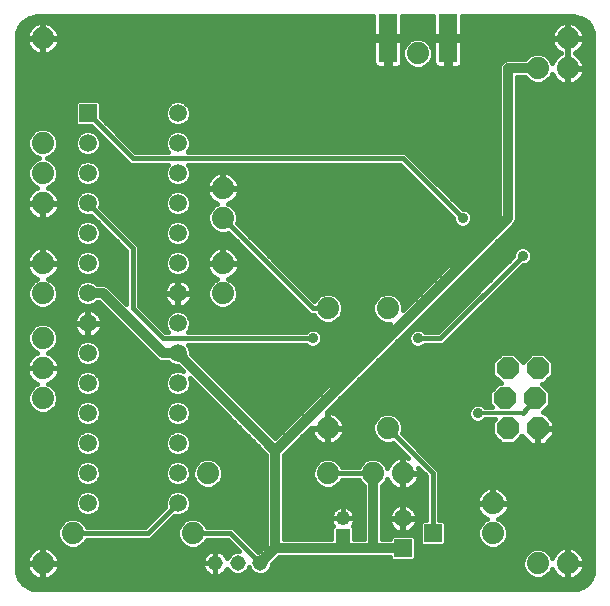
<source format=gbl>
G75*
G70*
%OFA0B0*%
%FSLAX24Y24*%
%IPPOS*%
%LPD*%
%AMOC8*
5,1,8,0,0,1.08239X$1,22.5*
%
%ADD10C,0.0515*%
%ADD11OC8,0.0740*%
%ADD12R,0.0600X0.1600*%
%ADD13C,0.0740*%
%ADD14R,0.0590X0.0590*%
%ADD15C,0.0590*%
%ADD16R,0.0480X0.0480*%
%ADD17C,0.0480*%
%ADD18C,0.0320*%
%ADD19C,0.0160*%
%ADD20C,0.0356*%
%ADD21C,0.0120*%
D10*
X007430Y002180D03*
X008180Y002180D03*
X008930Y002180D03*
D11*
X017080Y007680D03*
X017180Y006680D03*
X018080Y007680D03*
X018180Y006680D03*
X018180Y008680D03*
X017180Y008680D03*
D12*
X015180Y019680D03*
X013180Y019680D03*
D13*
X014180Y019180D03*
X018180Y018680D03*
X019180Y018680D03*
X019180Y019680D03*
X013180Y010680D03*
X011180Y010680D03*
X007680Y011180D03*
X007680Y012180D03*
X007680Y013680D03*
X007680Y014680D03*
X001680Y014180D03*
X001680Y015180D03*
X001680Y016180D03*
X001680Y019680D03*
X001680Y012180D03*
X001680Y011180D03*
X001680Y009680D03*
X001680Y008680D03*
X001680Y007680D03*
X002680Y003180D03*
X001680Y002180D03*
X006680Y003180D03*
X007180Y005180D03*
X011180Y005180D03*
X011180Y006680D03*
X012680Y005180D03*
X013680Y005180D03*
X013180Y006680D03*
X016680Y004180D03*
X016680Y003180D03*
X018180Y002180D03*
X019180Y002180D03*
D14*
X014680Y003180D03*
X013680Y002680D03*
X003180Y017180D03*
D15*
X003180Y016180D03*
X003180Y015180D03*
X003180Y014180D03*
X003180Y013180D03*
X003180Y012180D03*
X003180Y011180D03*
X003180Y010180D03*
X003180Y009180D03*
X003180Y008180D03*
X003180Y007180D03*
X003180Y006180D03*
X003180Y005180D03*
X003180Y004180D03*
X006180Y004180D03*
X006180Y005180D03*
X006180Y006180D03*
X006180Y007180D03*
X006180Y008180D03*
X006180Y009180D03*
X006180Y010180D03*
X006180Y011180D03*
X006180Y012180D03*
X006180Y013180D03*
X006180Y014180D03*
X006180Y015180D03*
X006180Y016180D03*
X006180Y017180D03*
X013680Y003680D03*
D16*
X011680Y003090D03*
D17*
X011680Y003680D03*
D18*
X011680Y003090D02*
X011680Y002680D01*
X012680Y002680D01*
X012680Y005180D01*
X012680Y002680D02*
X013680Y002680D01*
X011680Y002680D02*
X009430Y002680D01*
X008930Y002180D01*
X009430Y002680D02*
X009430Y005930D01*
X017180Y013680D01*
X017180Y018680D01*
X018180Y018680D01*
X006180Y009180D02*
X009430Y005930D01*
X006180Y009180D02*
X005680Y009180D01*
X003680Y011180D01*
X003180Y011180D01*
D19*
X001010Y001510D02*
X001173Y001391D01*
X001366Y001328D01*
X001467Y001320D01*
X019385Y001320D01*
X019486Y001328D01*
X019679Y001391D01*
X019843Y001510D01*
X019962Y001673D01*
X020024Y001866D01*
X020032Y001967D01*
X020032Y019763D01*
X020024Y019864D01*
X019962Y020057D01*
X019843Y020220D01*
X019679Y020340D01*
X019486Y020402D01*
X019385Y020410D01*
X015660Y020410D01*
X015660Y019750D01*
X015250Y019750D01*
X015250Y019610D01*
X015660Y019610D01*
X015660Y018856D01*
X015648Y018811D01*
X015624Y018769D01*
X015591Y018736D01*
X015549Y018712D01*
X015504Y018700D01*
X015250Y018700D01*
X015250Y019610D01*
X015110Y019610D01*
X014700Y019610D01*
X014700Y018856D01*
X014712Y018811D01*
X014736Y018769D01*
X014769Y018736D01*
X014811Y018712D01*
X014856Y018700D01*
X015110Y018700D01*
X015110Y019610D01*
X015110Y019750D01*
X014700Y019750D01*
X014700Y020410D01*
X013660Y020410D01*
X013660Y019750D01*
X013250Y019750D01*
X013250Y019610D01*
X013660Y019610D01*
X013660Y018856D01*
X013648Y018811D01*
X013624Y018769D01*
X013591Y018736D01*
X013549Y018712D01*
X013504Y018700D01*
X013250Y018700D01*
X013250Y019610D01*
X013110Y019610D01*
X013110Y018700D01*
X012856Y018700D01*
X012811Y018712D01*
X012769Y018736D01*
X012736Y018769D01*
X012712Y018811D01*
X012700Y018856D01*
X012700Y019610D01*
X013110Y019610D01*
X013110Y019750D01*
X012700Y019750D01*
X012700Y020410D01*
X001467Y020410D01*
X001366Y020402D01*
X001173Y020340D01*
X001010Y020220D01*
X000891Y020057D01*
X000828Y019864D01*
X000820Y019763D01*
X000820Y001967D01*
X000828Y001866D01*
X000891Y001673D01*
X001010Y001510D01*
X001027Y001497D02*
X019825Y001497D01*
X019948Y001656D02*
X019346Y001656D01*
X019309Y001644D02*
X019391Y001670D01*
X019468Y001710D01*
X019538Y001760D01*
X019600Y001822D01*
X019650Y001892D01*
X019690Y001969D01*
X019716Y002051D01*
X019730Y002137D01*
X019730Y002160D01*
X019200Y002160D01*
X019200Y002200D01*
X019160Y002200D01*
X019160Y002730D01*
X019137Y002730D01*
X019051Y002716D01*
X018969Y002690D01*
X018892Y002650D01*
X018822Y002600D01*
X018760Y002538D01*
X018710Y002468D01*
X018670Y002391D01*
X018659Y002356D01*
X018612Y002469D01*
X018469Y002612D01*
X018281Y002690D01*
X018079Y002690D01*
X017891Y002612D01*
X017748Y002469D01*
X017670Y002281D01*
X017670Y002079D01*
X017748Y001891D01*
X017891Y001748D01*
X018079Y001670D01*
X018281Y001670D01*
X018469Y001748D01*
X018612Y001891D01*
X018659Y002004D01*
X018670Y001969D01*
X018710Y001892D01*
X018760Y001822D01*
X018822Y001760D01*
X018892Y001710D01*
X018969Y001670D01*
X019051Y001644D01*
X019137Y001630D01*
X019160Y001630D01*
X019160Y002160D01*
X019200Y002160D01*
X019200Y001630D01*
X019223Y001630D01*
X019309Y001644D01*
X019200Y001656D02*
X019160Y001656D01*
X019014Y001656D02*
X001846Y001656D01*
X001809Y001644D02*
X001891Y001670D01*
X001968Y001710D01*
X002038Y001760D01*
X002100Y001822D01*
X002150Y001892D01*
X002190Y001969D01*
X002216Y002051D01*
X002230Y002137D01*
X002230Y002160D01*
X001700Y002160D01*
X001700Y002200D01*
X001660Y002200D01*
X001660Y002730D01*
X001637Y002730D01*
X001551Y002716D01*
X001469Y002690D01*
X001392Y002650D01*
X001322Y002600D01*
X001260Y002538D01*
X001210Y002468D01*
X001170Y002391D01*
X001144Y002309D01*
X001130Y002223D01*
X001130Y002200D01*
X001660Y002200D01*
X001660Y002160D01*
X001130Y002160D01*
X001130Y002137D01*
X001144Y002051D01*
X001170Y001969D01*
X001210Y001892D01*
X001260Y001822D01*
X001322Y001760D01*
X001392Y001710D01*
X001469Y001670D01*
X001551Y001644D01*
X001637Y001630D01*
X001660Y001630D01*
X001660Y002160D01*
X001700Y002160D01*
X001700Y001630D01*
X001723Y001630D01*
X001809Y001644D01*
X001700Y001656D02*
X001660Y001656D01*
X001514Y001656D02*
X000904Y001656D01*
X000845Y001814D02*
X001268Y001814D01*
X001169Y001973D02*
X000820Y001973D01*
X000820Y002131D02*
X001131Y002131D01*
X001140Y002290D02*
X000820Y002290D01*
X000820Y002448D02*
X001199Y002448D01*
X001331Y002607D02*
X000820Y002607D01*
X000820Y002765D02*
X002374Y002765D01*
X002391Y002748D02*
X002579Y002670D01*
X002781Y002670D01*
X002969Y002748D01*
X003112Y002891D01*
X003141Y002960D01*
X005271Y002960D01*
X005400Y003089D01*
X006067Y003756D01*
X006093Y003745D01*
X006267Y003745D01*
X006426Y003811D01*
X006549Y003934D01*
X006615Y004093D01*
X006615Y004267D01*
X006549Y004426D01*
X006426Y004549D01*
X006267Y004615D01*
X006093Y004615D01*
X005934Y004549D01*
X005811Y004426D01*
X005745Y004267D01*
X005745Y004093D01*
X005756Y004067D01*
X005089Y003400D01*
X003141Y003400D01*
X003112Y003469D01*
X002969Y003612D01*
X002781Y003690D01*
X002579Y003690D01*
X002391Y003612D01*
X002248Y003469D01*
X002170Y003281D01*
X002170Y003079D01*
X002248Y002891D01*
X002391Y002748D01*
X002234Y002924D02*
X000820Y002924D01*
X000820Y003082D02*
X002170Y003082D01*
X002170Y003241D02*
X000820Y003241D01*
X000820Y003399D02*
X002219Y003399D01*
X002336Y003558D02*
X000820Y003558D01*
X000820Y003716D02*
X005405Y003716D01*
X005563Y003875D02*
X003490Y003875D01*
X003549Y003934D02*
X003615Y004093D01*
X003615Y004267D01*
X003549Y004426D01*
X003426Y004549D01*
X003267Y004615D01*
X003093Y004615D01*
X002934Y004549D01*
X002811Y004426D01*
X002745Y004267D01*
X002745Y004093D01*
X002811Y003934D01*
X002934Y003811D01*
X003093Y003745D01*
X003267Y003745D01*
X003426Y003811D01*
X003549Y003934D01*
X003590Y004033D02*
X005722Y004033D01*
X005745Y004192D02*
X003615Y004192D01*
X003580Y004350D02*
X005780Y004350D01*
X005893Y004509D02*
X003467Y004509D01*
X003426Y004811D02*
X003267Y004745D01*
X003093Y004745D01*
X002934Y004811D01*
X002811Y004934D01*
X002745Y005093D01*
X002745Y005267D01*
X002811Y005426D01*
X002934Y005549D01*
X003093Y005615D01*
X003267Y005615D01*
X003426Y005549D01*
X003549Y005426D01*
X003615Y005267D01*
X003615Y005093D01*
X003549Y004934D01*
X003426Y004811D01*
X003441Y004826D02*
X005919Y004826D01*
X005934Y004811D02*
X006093Y004745D01*
X006267Y004745D01*
X006426Y004811D01*
X006549Y004934D01*
X006615Y005093D01*
X006615Y005267D01*
X006549Y005426D01*
X006426Y005549D01*
X006267Y005615D01*
X006093Y005615D01*
X005934Y005549D01*
X005811Y005426D01*
X005745Y005267D01*
X005745Y005093D01*
X005811Y004934D01*
X005934Y004811D01*
X005790Y004984D02*
X003570Y004984D01*
X003615Y005143D02*
X005745Y005143D01*
X005759Y005301D02*
X003601Y005301D01*
X003516Y005460D02*
X005844Y005460D01*
X005934Y005811D02*
X006093Y005745D01*
X006267Y005745D01*
X006426Y005811D01*
X006549Y005934D01*
X006615Y006093D01*
X006615Y006267D01*
X006549Y006426D01*
X006426Y006549D01*
X006267Y006615D01*
X006093Y006615D01*
X005934Y006549D01*
X005811Y006426D01*
X005745Y006267D01*
X005745Y006093D01*
X005811Y005934D01*
X005934Y005811D01*
X006017Y005777D02*
X003343Y005777D01*
X003267Y005745D02*
X003093Y005745D01*
X002934Y005811D01*
X002811Y005934D01*
X002745Y006093D01*
X002745Y006267D01*
X002811Y006426D01*
X002934Y006549D01*
X003093Y006615D01*
X003267Y006615D01*
X003426Y006549D01*
X003549Y006426D01*
X003615Y006267D01*
X003615Y006093D01*
X003549Y005934D01*
X003426Y005811D01*
X003267Y005745D01*
X003017Y005777D02*
X000820Y005777D01*
X000820Y005935D02*
X002811Y005935D01*
X002745Y006094D02*
X000820Y006094D01*
X000820Y006252D02*
X002745Y006252D01*
X002805Y006411D02*
X000820Y006411D01*
X000820Y006569D02*
X002982Y006569D01*
X003093Y006745D02*
X002934Y006811D01*
X002811Y006934D01*
X002745Y007093D01*
X002745Y007267D01*
X002811Y007426D01*
X002934Y007549D01*
X003093Y007615D01*
X003267Y007615D01*
X003426Y007549D01*
X003549Y007426D01*
X003615Y007267D01*
X003615Y007093D01*
X003549Y006934D01*
X003426Y006811D01*
X003267Y006745D01*
X003093Y006745D01*
X002859Y006886D02*
X000820Y006886D01*
X000820Y006728D02*
X008208Y006728D01*
X008050Y006886D02*
X006501Y006886D01*
X006549Y006934D02*
X006615Y007093D01*
X006615Y007267D01*
X006549Y007426D01*
X006426Y007549D01*
X006267Y007615D01*
X006093Y007615D01*
X005934Y007549D01*
X005811Y007426D01*
X005745Y007267D01*
X005745Y007093D01*
X005811Y006934D01*
X005934Y006811D01*
X006093Y006745D01*
X006267Y006745D01*
X006426Y006811D01*
X006549Y006934D01*
X006595Y007045D02*
X007891Y007045D01*
X007733Y007203D02*
X006615Y007203D01*
X006576Y007362D02*
X007574Y007362D01*
X007416Y007520D02*
X006455Y007520D01*
X006426Y007811D02*
X006267Y007745D01*
X006093Y007745D01*
X005934Y007811D01*
X005811Y007934D01*
X005745Y008093D01*
X005745Y008267D01*
X005811Y008426D01*
X005934Y008549D01*
X006093Y008615D01*
X006267Y008615D01*
X006359Y008577D01*
X006191Y008745D01*
X006093Y008745D01*
X005934Y008811D01*
X005865Y008880D01*
X005620Y008880D01*
X005510Y008926D01*
X005426Y009010D01*
X003556Y010880D01*
X003495Y010880D01*
X003426Y010811D01*
X003267Y010745D01*
X003093Y010745D01*
X002934Y010811D01*
X002811Y010934D01*
X002745Y011093D01*
X002745Y011267D01*
X002811Y011426D01*
X002934Y011549D01*
X003093Y011615D01*
X003267Y011615D01*
X003426Y011549D01*
X003495Y011480D01*
X003740Y011480D01*
X003850Y011434D01*
X004460Y010824D01*
X004460Y012589D01*
X003293Y013756D01*
X003267Y013745D01*
X003093Y013745D01*
X002934Y013811D01*
X002811Y013934D01*
X002745Y014093D01*
X002745Y014267D01*
X002811Y014426D01*
X002934Y014549D01*
X003093Y014615D01*
X003267Y014615D01*
X003426Y014549D01*
X003549Y014426D01*
X003615Y014267D01*
X003615Y014093D01*
X003604Y014067D01*
X004900Y012771D01*
X004900Y010771D01*
X005771Y009900D01*
X005845Y009900D01*
X005811Y009934D01*
X005745Y010093D01*
X005745Y010267D01*
X005811Y010426D01*
X005934Y010549D01*
X006093Y010615D01*
X006267Y010615D01*
X006426Y010549D01*
X006549Y010426D01*
X006615Y010267D01*
X006615Y010093D01*
X006549Y009934D01*
X006515Y009900D01*
X010450Y009900D01*
X010500Y009950D01*
X010617Y009998D01*
X010743Y009998D01*
X010860Y009950D01*
X010950Y009860D01*
X010998Y009743D01*
X010998Y009617D01*
X010950Y009500D01*
X010860Y009410D01*
X010743Y009362D01*
X010617Y009362D01*
X010500Y009410D01*
X010450Y009460D01*
X006515Y009460D01*
X006549Y009426D01*
X006615Y009267D01*
X006615Y009169D01*
X009430Y006354D01*
X013246Y010170D01*
X013079Y010170D01*
X012891Y010248D01*
X012748Y010391D01*
X012670Y010579D01*
X012670Y010781D01*
X012748Y010969D01*
X012891Y011112D01*
X013079Y011190D01*
X013281Y011190D01*
X013469Y011112D01*
X013612Y010969D01*
X013690Y010781D01*
X013690Y010614D01*
X016880Y013804D01*
X016880Y018740D01*
X016926Y018850D01*
X017010Y018934D01*
X017120Y018980D01*
X017759Y018980D01*
X017891Y019112D01*
X018079Y019190D01*
X018281Y019190D01*
X018469Y019112D01*
X018612Y018969D01*
X018659Y018856D01*
X018670Y018891D01*
X018710Y018968D01*
X018760Y019038D01*
X018822Y019100D01*
X018892Y019150D01*
X018950Y019180D01*
X018892Y019210D01*
X018822Y019260D01*
X018760Y019322D01*
X018710Y019392D01*
X018670Y019469D01*
X018644Y019551D01*
X018630Y019637D01*
X018630Y019660D01*
X019160Y019660D01*
X019160Y019700D01*
X019160Y020230D01*
X019137Y020230D01*
X019051Y020216D01*
X018969Y020190D01*
X018892Y020150D01*
X018822Y020100D01*
X018760Y020038D01*
X018710Y019968D01*
X018670Y019891D01*
X018644Y019809D01*
X018630Y019723D01*
X018630Y019700D01*
X019160Y019700D01*
X019200Y019700D01*
X019200Y020230D01*
X019223Y020230D01*
X019309Y020216D01*
X019391Y020190D01*
X019468Y020150D01*
X019538Y020100D01*
X019600Y020038D01*
X019650Y019968D01*
X019690Y019891D01*
X019716Y019809D01*
X019730Y019723D01*
X019730Y019700D01*
X019200Y019700D01*
X019200Y019660D01*
X019730Y019660D01*
X019730Y019637D01*
X019716Y019551D01*
X019690Y019469D01*
X019650Y019392D01*
X019600Y019322D01*
X019538Y019260D01*
X019468Y019210D01*
X019410Y019180D01*
X019468Y019150D01*
X019538Y019100D01*
X019600Y019038D01*
X019650Y018968D01*
X019690Y018891D01*
X019716Y018809D01*
X019730Y018723D01*
X019730Y018700D01*
X019200Y018700D01*
X019200Y018660D01*
X019730Y018660D01*
X019730Y018637D01*
X019716Y018551D01*
X019690Y018469D01*
X019650Y018392D01*
X019600Y018322D01*
X019538Y018260D01*
X019468Y018210D01*
X019391Y018170D01*
X019309Y018144D01*
X019223Y018130D01*
X019200Y018130D01*
X019200Y018660D01*
X019160Y018660D01*
X019160Y018130D01*
X019137Y018130D01*
X019051Y018144D01*
X018969Y018170D01*
X018892Y018210D01*
X018822Y018260D01*
X018760Y018322D01*
X018710Y018392D01*
X018670Y018469D01*
X018659Y018504D01*
X018612Y018391D01*
X018469Y018248D01*
X018281Y018170D01*
X018079Y018170D01*
X017891Y018248D01*
X017759Y018380D01*
X017480Y018380D01*
X017480Y013620D01*
X017434Y013510D01*
X017350Y013426D01*
X011154Y007230D01*
X011171Y007230D01*
X011171Y006689D01*
X011189Y006689D01*
X011189Y007230D01*
X011223Y007230D01*
X011309Y007216D01*
X011391Y007190D01*
X011468Y007150D01*
X011538Y007100D01*
X011600Y007038D01*
X011650Y006968D01*
X011690Y006891D01*
X011716Y006809D01*
X011730Y006723D01*
X011730Y006689D01*
X011189Y006689D01*
X011189Y006671D01*
X011730Y006671D01*
X011730Y006637D01*
X011716Y006551D01*
X011690Y006469D01*
X011650Y006392D01*
X011600Y006322D01*
X011538Y006260D01*
X011468Y006210D01*
X011391Y006170D01*
X011309Y006144D01*
X011223Y006130D01*
X011189Y006130D01*
X011189Y006671D01*
X011171Y006671D01*
X011171Y006130D01*
X011137Y006130D01*
X011051Y006144D01*
X010969Y006170D01*
X010892Y006210D01*
X010822Y006260D01*
X010760Y006322D01*
X010710Y006392D01*
X010670Y006469D01*
X010644Y006551D01*
X010630Y006637D01*
X010630Y006671D01*
X011171Y006671D01*
X011171Y006689D01*
X010630Y006689D01*
X010630Y006706D01*
X009730Y005806D01*
X009730Y002980D01*
X011300Y002980D01*
X011300Y003388D01*
X011342Y003430D01*
X011321Y003460D01*
X011291Y003519D01*
X011270Y003582D01*
X011260Y003647D01*
X011260Y003680D01*
X011680Y003680D01*
X011680Y003680D01*
X011680Y004100D01*
X011713Y004100D01*
X011778Y004090D01*
X011841Y004069D01*
X011900Y004039D01*
X011954Y004000D01*
X012000Y003954D01*
X012039Y003900D01*
X012069Y003841D01*
X012090Y003778D01*
X012100Y003713D01*
X012100Y003680D01*
X011680Y003680D01*
X011680Y003680D01*
X011680Y003680D01*
X011680Y004100D01*
X011647Y004100D01*
X011582Y004090D01*
X011519Y004069D01*
X011460Y004039D01*
X011406Y004000D01*
X011360Y003954D01*
X011321Y003900D01*
X011291Y003841D01*
X011270Y003778D01*
X011260Y003713D01*
X011260Y003680D01*
X011680Y003680D01*
X012100Y003680D01*
X012100Y003647D01*
X012090Y003582D01*
X012069Y003519D01*
X012039Y003460D01*
X012018Y003430D01*
X012060Y003388D01*
X012060Y002980D01*
X012380Y002980D01*
X012380Y004759D01*
X012248Y004891D01*
X012219Y004960D01*
X011641Y004960D01*
X011612Y004891D01*
X011469Y004748D01*
X011281Y004670D01*
X011079Y004670D01*
X010891Y004748D01*
X010748Y004891D01*
X010670Y005079D01*
X010670Y005281D01*
X010748Y005469D01*
X010891Y005612D01*
X011079Y005690D01*
X011281Y005690D01*
X011469Y005612D01*
X011612Y005469D01*
X011641Y005400D01*
X012219Y005400D01*
X012248Y005469D01*
X012391Y005612D01*
X012579Y005690D01*
X012781Y005690D01*
X012969Y005612D01*
X013112Y005469D01*
X013159Y005356D01*
X013170Y005391D01*
X013210Y005468D01*
X013260Y005538D01*
X013322Y005600D01*
X013392Y005650D01*
X013469Y005690D01*
X013551Y005716D01*
X013637Y005730D01*
X013660Y005730D01*
X013660Y005200D01*
X013700Y005200D01*
X013700Y005730D01*
X013723Y005730D01*
X013809Y005716D01*
X013844Y005705D01*
X013350Y006199D01*
X013281Y006170D01*
X013079Y006170D01*
X012891Y006248D01*
X012748Y006391D01*
X012670Y006579D01*
X012670Y006781D01*
X012748Y006969D01*
X012891Y007112D01*
X013079Y007190D01*
X013281Y007190D01*
X013469Y007112D01*
X013612Y006969D01*
X013690Y006781D01*
X013690Y006579D01*
X013661Y006510D01*
X014771Y005400D01*
X014771Y005400D01*
X014900Y005271D01*
X014900Y003615D01*
X015033Y003615D01*
X015115Y003533D01*
X015115Y002827D01*
X015033Y002745D01*
X014327Y002745D01*
X014245Y002827D01*
X014245Y003533D01*
X014327Y003615D01*
X014460Y003615D01*
X014460Y005089D01*
X014205Y005344D01*
X014216Y005309D01*
X014230Y005223D01*
X014230Y005200D01*
X013700Y005200D01*
X013700Y005160D01*
X014230Y005160D01*
X014230Y005137D01*
X014216Y005051D01*
X014190Y004969D01*
X014150Y004892D01*
X014100Y004822D01*
X014038Y004760D01*
X013968Y004710D01*
X013891Y004670D01*
X013809Y004644D01*
X013723Y004630D01*
X013700Y004630D01*
X013700Y005160D01*
X013660Y005160D01*
X013660Y004630D01*
X013637Y004630D01*
X013551Y004644D01*
X013469Y004670D01*
X013392Y004710D01*
X013322Y004760D01*
X013260Y004822D01*
X013210Y004892D01*
X013170Y004969D01*
X013159Y005004D01*
X013112Y004891D01*
X012980Y004759D01*
X012980Y002980D01*
X013245Y002980D01*
X013245Y003033D01*
X013327Y003115D01*
X014033Y003115D01*
X014115Y003033D01*
X014115Y002327D01*
X014033Y002245D01*
X013327Y002245D01*
X013245Y002327D01*
X013245Y002380D01*
X009554Y002380D01*
X009327Y002153D01*
X009327Y002101D01*
X009267Y001955D01*
X009155Y001843D01*
X009009Y001783D01*
X008851Y001783D01*
X008705Y001843D01*
X008593Y001955D01*
X008555Y002047D01*
X008517Y001955D01*
X008405Y001843D01*
X008259Y001783D01*
X008101Y001783D01*
X007955Y001843D01*
X007843Y001955D01*
X007827Y001995D01*
X007804Y001951D01*
X007764Y001895D01*
X007715Y001846D01*
X007659Y001806D01*
X007598Y001775D01*
X007532Y001753D01*
X007464Y001743D01*
X007430Y001743D01*
X007430Y002180D01*
X007430Y002180D01*
X007430Y002617D01*
X007396Y002617D01*
X007328Y002607D01*
X007262Y002585D01*
X007201Y002554D01*
X007145Y002514D01*
X007096Y002465D01*
X007056Y002409D01*
X007025Y002348D01*
X007003Y002282D01*
X006993Y002214D01*
X006993Y002180D01*
X006993Y002146D01*
X007003Y002078D01*
X007025Y002012D01*
X007056Y001951D01*
X007096Y001895D01*
X007145Y001846D01*
X007201Y001806D01*
X007262Y001775D01*
X007328Y001753D01*
X007396Y001743D01*
X007430Y001743D01*
X007430Y002180D01*
X007430Y002180D01*
X007430Y002180D01*
X006993Y002180D01*
X007430Y002180D01*
X007430Y002617D01*
X007464Y002617D01*
X007532Y002607D01*
X007598Y002585D01*
X007659Y002554D01*
X007715Y002514D01*
X007764Y002465D01*
X007804Y002409D01*
X007827Y002365D01*
X007843Y002405D01*
X007955Y002517D01*
X008101Y002577D01*
X008221Y002577D01*
X007839Y002960D01*
X007141Y002960D01*
X007112Y002891D01*
X006969Y002748D01*
X006781Y002670D01*
X006579Y002670D01*
X006391Y002748D01*
X006248Y002891D01*
X006170Y003079D01*
X006170Y003281D01*
X006248Y003469D01*
X006391Y003612D01*
X006579Y003690D01*
X006781Y003690D01*
X006969Y003612D01*
X007112Y003469D01*
X007141Y003400D01*
X008021Y003400D01*
X008846Y002575D01*
X008851Y002577D01*
X008903Y002577D01*
X009130Y002804D01*
X009130Y005806D01*
X006577Y008359D01*
X006615Y008267D01*
X006615Y008093D01*
X006549Y007934D01*
X006426Y007811D01*
X006452Y007837D02*
X007099Y007837D01*
X007257Y007679D02*
X002190Y007679D01*
X002190Y007579D02*
X002190Y007781D01*
X002112Y007969D01*
X001969Y008112D01*
X001856Y008159D01*
X001891Y008170D01*
X001968Y008210D01*
X002038Y008260D01*
X002100Y008322D01*
X002150Y008392D01*
X002190Y008469D01*
X002216Y008551D01*
X002230Y008637D01*
X002230Y008680D01*
X002230Y008723D01*
X002216Y008809D01*
X002190Y008891D01*
X002150Y008968D01*
X002100Y009038D01*
X002038Y009100D01*
X001968Y009150D01*
X001891Y009190D01*
X001856Y009201D01*
X001969Y009248D01*
X002112Y009391D01*
X002190Y009579D01*
X002190Y009781D01*
X002112Y009969D01*
X001969Y010112D01*
X001781Y010190D01*
X001579Y010190D01*
X001391Y010112D01*
X001248Y009969D01*
X001170Y009781D01*
X001170Y009579D01*
X001248Y009391D01*
X001391Y009248D01*
X001504Y009201D01*
X001469Y009190D01*
X001392Y009150D01*
X001322Y009100D01*
X001260Y009038D01*
X001210Y008968D01*
X001170Y008891D01*
X001144Y008809D01*
X001130Y008723D01*
X001130Y008680D01*
X001680Y008680D01*
X002230Y008680D01*
X001680Y008680D01*
X001680Y008680D01*
X001680Y008680D01*
X001130Y008680D01*
X001130Y008637D01*
X001144Y008551D01*
X001170Y008469D01*
X001210Y008392D01*
X001260Y008322D01*
X001322Y008260D01*
X001392Y008210D01*
X001469Y008170D01*
X001504Y008159D01*
X001391Y008112D01*
X001248Y007969D01*
X001170Y007781D01*
X001170Y007579D01*
X001248Y007391D01*
X001391Y007248D01*
X001579Y007170D01*
X001781Y007170D01*
X001969Y007248D01*
X002112Y007391D01*
X002190Y007579D01*
X002166Y007520D02*
X002905Y007520D01*
X002784Y007362D02*
X002083Y007362D01*
X001861Y007203D02*
X002745Y007203D01*
X002765Y007045D02*
X000820Y007045D01*
X000820Y007203D02*
X001499Y007203D01*
X001277Y007362D02*
X000820Y007362D01*
X000820Y007520D02*
X001194Y007520D01*
X001170Y007679D02*
X000820Y007679D01*
X000820Y007837D02*
X001193Y007837D01*
X001274Y007996D02*
X000820Y007996D01*
X000820Y008154D02*
X001492Y008154D01*
X001270Y008313D02*
X000820Y008313D01*
X000820Y008471D02*
X001170Y008471D01*
X001131Y008630D02*
X000820Y008630D01*
X000820Y008788D02*
X001140Y008788D01*
X001199Y008947D02*
X000820Y008947D01*
X000820Y009105D02*
X001329Y009105D01*
X001375Y009264D02*
X000820Y009264D01*
X000820Y009422D02*
X001235Y009422D01*
X001170Y009581D02*
X000820Y009581D01*
X000820Y009739D02*
X001170Y009739D01*
X001218Y009898D02*
X000820Y009898D01*
X000820Y010056D02*
X001335Y010056D01*
X001579Y010670D02*
X001781Y010670D01*
X001969Y010748D01*
X002112Y010891D01*
X002190Y011079D01*
X002190Y011281D01*
X002112Y011469D01*
X001969Y011612D01*
X001856Y011659D01*
X001891Y011670D01*
X001968Y011710D01*
X002038Y011760D01*
X002100Y011822D01*
X002150Y011892D01*
X002190Y011969D01*
X002216Y012051D01*
X002230Y012137D01*
X002230Y012160D01*
X001700Y012160D01*
X001700Y012200D01*
X002230Y012200D01*
X002230Y012223D01*
X002216Y012309D01*
X002190Y012391D01*
X002150Y012468D01*
X002100Y012538D01*
X002038Y012600D01*
X001968Y012650D01*
X001891Y012690D01*
X001809Y012716D01*
X001723Y012730D01*
X001700Y012730D01*
X001700Y012200D01*
X001660Y012200D01*
X001660Y012730D01*
X001637Y012730D01*
X001551Y012716D01*
X001469Y012690D01*
X001392Y012650D01*
X001322Y012600D01*
X001260Y012538D01*
X001210Y012468D01*
X001170Y012391D01*
X001144Y012309D01*
X001130Y012223D01*
X001130Y012200D01*
X001660Y012200D01*
X001660Y012160D01*
X001130Y012160D01*
X001130Y012137D01*
X001144Y012051D01*
X001170Y011969D01*
X001210Y011892D01*
X001260Y011822D01*
X001322Y011760D01*
X001392Y011710D01*
X001469Y011670D01*
X001504Y011659D01*
X001391Y011612D01*
X001248Y011469D01*
X001170Y011281D01*
X001170Y011079D01*
X001248Y010891D01*
X001391Y010748D01*
X001579Y010670D01*
X001530Y010690D02*
X000820Y010690D01*
X000820Y010532D02*
X002860Y010532D01*
X002871Y010542D02*
X002818Y010489D01*
X002774Y010429D01*
X002740Y010362D01*
X002717Y010291D01*
X002705Y010217D01*
X002705Y010198D01*
X003162Y010198D01*
X003162Y010655D01*
X003143Y010655D01*
X003069Y010643D01*
X002998Y010620D01*
X002931Y010586D01*
X002871Y010542D01*
X002745Y010373D02*
X000820Y010373D01*
X000820Y010215D02*
X002705Y010215D01*
X002705Y010162D02*
X002705Y010143D01*
X002717Y010069D01*
X002740Y009998D01*
X002774Y009931D01*
X002818Y009871D01*
X002871Y009818D01*
X002931Y009774D01*
X002998Y009740D01*
X003069Y009717D01*
X003143Y009705D01*
X003162Y009705D01*
X003162Y010162D01*
X003198Y010162D01*
X003198Y010198D01*
X003655Y010198D01*
X003655Y010217D01*
X003643Y010291D01*
X003620Y010362D01*
X003586Y010429D01*
X003542Y010489D01*
X003489Y010542D01*
X003429Y010586D01*
X003362Y010620D01*
X003291Y010643D01*
X003217Y010655D01*
X003198Y010655D01*
X003198Y010198D01*
X003162Y010198D01*
X003162Y010162D01*
X002705Y010162D01*
X002721Y010056D02*
X002025Y010056D01*
X002142Y009898D02*
X002798Y009898D01*
X003000Y009739D02*
X002190Y009739D01*
X002190Y009581D02*
X003010Y009581D01*
X002934Y009549D02*
X003093Y009615D01*
X003267Y009615D01*
X003426Y009549D01*
X003549Y009426D01*
X003615Y009267D01*
X003615Y009093D01*
X003549Y008934D01*
X003426Y008811D01*
X003267Y008745D01*
X003093Y008745D01*
X002934Y008811D01*
X002811Y008934D01*
X002745Y009093D01*
X002745Y009267D01*
X002811Y009426D01*
X002934Y009549D01*
X002809Y009422D02*
X002125Y009422D01*
X001985Y009264D02*
X002745Y009264D01*
X002745Y009105D02*
X002031Y009105D01*
X002161Y008947D02*
X002806Y008947D01*
X002990Y008788D02*
X002220Y008788D01*
X002229Y008630D02*
X006306Y008630D01*
X005990Y008788D02*
X003370Y008788D01*
X003267Y008615D02*
X003093Y008615D01*
X002934Y008549D01*
X002811Y008426D01*
X002745Y008267D01*
X002745Y008093D01*
X002811Y007934D01*
X002934Y007811D01*
X003093Y007745D01*
X003267Y007745D01*
X003426Y007811D01*
X003549Y007934D01*
X003615Y008093D01*
X003615Y008267D01*
X003549Y008426D01*
X003426Y008549D01*
X003267Y008615D01*
X003504Y008471D02*
X005856Y008471D01*
X005764Y008313D02*
X003596Y008313D01*
X003615Y008154D02*
X005745Y008154D01*
X005786Y007996D02*
X003574Y007996D01*
X003452Y007837D02*
X005908Y007837D01*
X005905Y007520D02*
X003455Y007520D01*
X003576Y007362D02*
X005784Y007362D01*
X005745Y007203D02*
X003615Y007203D01*
X003595Y007045D02*
X005765Y007045D01*
X005859Y006886D02*
X003501Y006886D01*
X003378Y006569D02*
X005982Y006569D01*
X005805Y006411D02*
X003555Y006411D01*
X003615Y006252D02*
X005745Y006252D01*
X005745Y006094D02*
X003615Y006094D01*
X003549Y005935D02*
X005811Y005935D01*
X006343Y005777D02*
X009130Y005777D01*
X009130Y005618D02*
X007455Y005618D01*
X007469Y005612D02*
X007281Y005690D01*
X007079Y005690D01*
X006891Y005612D01*
X006748Y005469D01*
X006670Y005281D01*
X006670Y005079D01*
X006748Y004891D01*
X006891Y004748D01*
X007079Y004670D01*
X007281Y004670D01*
X007469Y004748D01*
X007612Y004891D01*
X007690Y005079D01*
X007690Y005281D01*
X007612Y005469D01*
X007469Y005612D01*
X007616Y005460D02*
X009130Y005460D01*
X009130Y005301D02*
X007682Y005301D01*
X007690Y005143D02*
X009130Y005143D01*
X009130Y004984D02*
X007651Y004984D01*
X007547Y004826D02*
X009130Y004826D01*
X009130Y004667D02*
X000820Y004667D01*
X000820Y004509D02*
X002893Y004509D01*
X002780Y004350D02*
X000820Y004350D01*
X000820Y004192D02*
X002745Y004192D01*
X002770Y004033D02*
X000820Y004033D01*
X000820Y003875D02*
X002870Y003875D01*
X003024Y003558D02*
X005246Y003558D01*
X005552Y003241D02*
X006170Y003241D01*
X006170Y003082D02*
X005393Y003082D01*
X005400Y003089D02*
X005400Y003089D01*
X005180Y003180D02*
X006180Y004180D01*
X006490Y003875D02*
X009130Y003875D01*
X009130Y004033D02*
X006590Y004033D01*
X006615Y004192D02*
X009130Y004192D01*
X009130Y004350D02*
X006580Y004350D01*
X006467Y004509D02*
X009130Y004509D01*
X009730Y004509D02*
X012380Y004509D01*
X012380Y004667D02*
X009730Y004667D01*
X009730Y004826D02*
X010813Y004826D01*
X010709Y004984D02*
X009730Y004984D01*
X009730Y005143D02*
X010670Y005143D01*
X010678Y005301D02*
X009730Y005301D01*
X009730Y005460D02*
X010744Y005460D01*
X010905Y005618D02*
X009730Y005618D01*
X009730Y005777D02*
X013772Y005777D01*
X013700Y005618D02*
X013660Y005618D01*
X013660Y005460D02*
X013700Y005460D01*
X013700Y005301D02*
X013660Y005301D01*
X013660Y005143D02*
X013700Y005143D01*
X013700Y004984D02*
X013660Y004984D01*
X013660Y004826D02*
X013700Y004826D01*
X013700Y004667D02*
X013660Y004667D01*
X013479Y004667D02*
X012980Y004667D01*
X012980Y004509D02*
X014460Y004509D01*
X014460Y004667D02*
X013881Y004667D01*
X014102Y004826D02*
X014460Y004826D01*
X014460Y004984D02*
X014195Y004984D01*
X014230Y005143D02*
X014406Y005143D01*
X014248Y005301D02*
X014218Y005301D01*
X014553Y005618D02*
X020032Y005618D01*
X020032Y005460D02*
X014712Y005460D01*
X014870Y005301D02*
X020032Y005301D01*
X020032Y005143D02*
X014900Y005143D01*
X014900Y004984D02*
X020032Y004984D01*
X020032Y004826D02*
X014900Y004826D01*
X014900Y004667D02*
X016424Y004667D01*
X016392Y004650D02*
X016322Y004600D01*
X016260Y004538D01*
X016210Y004468D01*
X016170Y004391D01*
X016144Y004309D01*
X016130Y004223D01*
X016130Y004200D01*
X016660Y004200D01*
X016660Y004730D01*
X016637Y004730D01*
X016551Y004716D01*
X016469Y004690D01*
X016392Y004650D01*
X016239Y004509D02*
X014900Y004509D01*
X014900Y004350D02*
X016157Y004350D01*
X016130Y004160D02*
X016130Y004137D01*
X016144Y004051D01*
X016170Y003969D01*
X016210Y003892D01*
X016260Y003822D01*
X016322Y003760D01*
X016392Y003710D01*
X016469Y003670D01*
X016504Y003659D01*
X016391Y003612D01*
X016248Y003469D01*
X016170Y003281D01*
X016170Y003079D01*
X016248Y002891D01*
X016391Y002748D01*
X016579Y002670D01*
X016781Y002670D01*
X016969Y002748D01*
X017112Y002891D01*
X017190Y003079D01*
X017190Y003281D01*
X017112Y003469D01*
X016969Y003612D01*
X016856Y003659D01*
X016891Y003670D01*
X016968Y003710D01*
X017038Y003760D01*
X017100Y003822D01*
X017150Y003892D01*
X017190Y003969D01*
X017216Y004051D01*
X017230Y004137D01*
X017230Y004160D01*
X016700Y004160D01*
X016700Y004200D01*
X017230Y004200D01*
X017230Y004223D01*
X017216Y004309D01*
X017190Y004391D01*
X017150Y004468D01*
X017100Y004538D01*
X017038Y004600D01*
X016968Y004650D01*
X016891Y004690D01*
X016809Y004716D01*
X016723Y004730D01*
X016700Y004730D01*
X016700Y004200D01*
X016660Y004200D01*
X016660Y004160D01*
X016130Y004160D01*
X016149Y004033D02*
X014900Y004033D01*
X014900Y003875D02*
X016222Y003875D01*
X016383Y003716D02*
X014900Y003716D01*
X015090Y003558D02*
X016336Y003558D01*
X016219Y003399D02*
X015115Y003399D01*
X015115Y003241D02*
X016170Y003241D01*
X016170Y003082D02*
X015115Y003082D01*
X015115Y002924D02*
X016234Y002924D01*
X016374Y002765D02*
X015053Y002765D01*
X014680Y003180D02*
X014680Y005180D01*
X013180Y006680D01*
X012823Y007045D02*
X011593Y007045D01*
X011691Y006886D02*
X012713Y006886D01*
X012670Y006728D02*
X011729Y006728D01*
X011719Y006569D02*
X012674Y006569D01*
X012740Y006411D02*
X011660Y006411D01*
X011527Y006252D02*
X012887Y006252D01*
X013455Y006094D02*
X010018Y006094D01*
X010176Y006252D02*
X010833Y006252D01*
X010700Y006411D02*
X010335Y006411D01*
X010493Y006569D02*
X010641Y006569D01*
X010120Y007045D02*
X008740Y007045D01*
X008581Y007203D02*
X010279Y007203D01*
X010437Y007362D02*
X008423Y007362D01*
X008264Y007520D02*
X010596Y007520D01*
X010754Y007679D02*
X008106Y007679D01*
X007947Y007837D02*
X010913Y007837D01*
X011071Y007996D02*
X007789Y007996D01*
X007630Y008154D02*
X011230Y008154D01*
X011388Y008313D02*
X007472Y008313D01*
X007313Y008471D02*
X011547Y008471D01*
X011705Y008630D02*
X007155Y008630D01*
X006996Y008788D02*
X011864Y008788D01*
X012022Y008947D02*
X006838Y008947D01*
X006679Y009105D02*
X012181Y009105D01*
X012339Y009264D02*
X006615Y009264D01*
X006551Y009422D02*
X010488Y009422D01*
X010680Y009680D02*
X005680Y009680D01*
X004680Y010680D01*
X004680Y012680D01*
X003180Y014180D01*
X002879Y014494D02*
X002132Y014494D01*
X002150Y014468D02*
X002100Y014538D01*
X002038Y014600D01*
X001968Y014650D01*
X001891Y014690D01*
X001856Y014701D01*
X001969Y014748D01*
X002112Y014891D01*
X002190Y015079D01*
X002190Y015281D01*
X002112Y015469D01*
X001969Y015612D01*
X001806Y015680D01*
X001969Y015748D01*
X002112Y015891D01*
X002190Y016079D01*
X002751Y016079D01*
X002745Y016093D02*
X002811Y015934D01*
X002934Y015811D01*
X003093Y015745D01*
X003267Y015745D01*
X003426Y015811D01*
X003549Y015934D01*
X003615Y016093D01*
X003615Y016267D01*
X003549Y016426D01*
X003426Y016549D01*
X003267Y016615D01*
X003093Y016615D01*
X002934Y016549D01*
X002811Y016426D01*
X002745Y016267D01*
X002745Y016093D01*
X002745Y016238D02*
X002190Y016238D01*
X002190Y016281D02*
X002112Y016469D01*
X001969Y016612D01*
X001781Y016690D01*
X001579Y016690D01*
X001391Y016612D01*
X001248Y016469D01*
X001170Y016281D01*
X001170Y016079D01*
X000820Y016079D01*
X000820Y015921D02*
X001235Y015921D01*
X001248Y015891D02*
X001391Y015748D01*
X001554Y015680D01*
X001391Y015612D01*
X001248Y015469D01*
X001170Y015281D01*
X001170Y015079D01*
X001248Y014891D01*
X001391Y014748D01*
X001504Y014701D01*
X001469Y014690D01*
X001392Y014650D01*
X001322Y014600D01*
X001260Y014538D01*
X001210Y014468D01*
X001170Y014391D01*
X001144Y014309D01*
X001130Y014223D01*
X001130Y014200D01*
X001660Y014200D01*
X001660Y014160D01*
X001130Y014160D01*
X001130Y014137D01*
X001144Y014051D01*
X001170Y013969D01*
X001210Y013892D01*
X001260Y013822D01*
X001322Y013760D01*
X001392Y013710D01*
X001469Y013670D01*
X001551Y013644D01*
X001637Y013630D01*
X001660Y013630D01*
X001660Y014160D01*
X001700Y014160D01*
X001700Y014200D01*
X002230Y014200D01*
X002230Y014223D01*
X002216Y014309D01*
X002190Y014391D01*
X002150Y014468D01*
X002208Y014336D02*
X002774Y014336D01*
X002745Y014177D02*
X001700Y014177D01*
X001700Y014160D02*
X002230Y014160D01*
X002230Y014137D01*
X002216Y014051D01*
X002190Y013969D01*
X002150Y013892D01*
X002100Y013822D01*
X002038Y013760D01*
X001968Y013710D01*
X001891Y013670D01*
X001809Y013644D01*
X001723Y013630D01*
X001700Y013630D01*
X001700Y014160D01*
X001660Y014177D02*
X000820Y014177D01*
X000820Y014019D02*
X001154Y014019D01*
X001233Y013860D02*
X000820Y013860D01*
X000820Y013702D02*
X001408Y013702D01*
X001660Y013702D02*
X001700Y013702D01*
X001700Y013860D02*
X001660Y013860D01*
X001660Y014019D02*
X001700Y014019D01*
X001952Y013702D02*
X003347Y013702D01*
X003267Y013615D02*
X003093Y013615D01*
X002934Y013549D01*
X002811Y013426D01*
X002745Y013267D01*
X002745Y013093D01*
X002811Y012934D01*
X002934Y012811D01*
X003093Y012745D01*
X003267Y012745D01*
X003426Y012811D01*
X003549Y012934D01*
X003615Y013093D01*
X003615Y013267D01*
X003549Y013426D01*
X003426Y013549D01*
X003267Y013615D01*
X003432Y013543D02*
X003506Y013543D01*
X003566Y013385D02*
X003664Y013385D01*
X003615Y013226D02*
X003823Y013226D01*
X003981Y013068D02*
X003604Y013068D01*
X003524Y012909D02*
X004140Y012909D01*
X004298Y012751D02*
X003280Y012751D01*
X003267Y012615D02*
X003093Y012615D01*
X002934Y012549D01*
X002811Y012426D01*
X002745Y012267D01*
X002745Y012093D01*
X002811Y011934D01*
X002934Y011811D01*
X003093Y011745D01*
X003267Y011745D01*
X003426Y011811D01*
X003549Y011934D01*
X003615Y012093D01*
X003615Y012267D01*
X003549Y012426D01*
X003426Y012549D01*
X003267Y012615D01*
X003322Y012592D02*
X004457Y012592D01*
X004460Y012434D02*
X003542Y012434D01*
X003611Y012275D02*
X004460Y012275D01*
X004460Y012117D02*
X003615Y012117D01*
X003559Y011958D02*
X004460Y011958D01*
X004460Y011800D02*
X003398Y011800D01*
X003493Y011483D02*
X004460Y011483D01*
X004460Y011641D02*
X001900Y011641D01*
X002077Y011800D02*
X002962Y011800D01*
X002801Y011958D02*
X002184Y011958D01*
X002227Y012117D02*
X002745Y012117D01*
X002749Y012275D02*
X002222Y012275D01*
X002168Y012434D02*
X002818Y012434D01*
X003038Y012592D02*
X002046Y012592D01*
X001700Y012592D02*
X001660Y012592D01*
X001660Y012434D02*
X001700Y012434D01*
X001700Y012275D02*
X001660Y012275D01*
X001314Y012592D02*
X000820Y012592D01*
X000820Y012434D02*
X001192Y012434D01*
X001138Y012275D02*
X000820Y012275D01*
X000820Y012117D02*
X001133Y012117D01*
X001176Y011958D02*
X000820Y011958D01*
X000820Y011800D02*
X001283Y011800D01*
X001460Y011641D02*
X000820Y011641D01*
X000820Y011483D02*
X001261Y011483D01*
X001188Y011324D02*
X000820Y011324D01*
X000820Y011166D02*
X001170Y011166D01*
X001200Y011007D02*
X000820Y011007D01*
X000820Y010849D02*
X001290Y010849D01*
X001830Y010690D02*
X003746Y010690D01*
X003904Y010532D02*
X003500Y010532D01*
X003615Y010373D02*
X004063Y010373D01*
X004221Y010215D02*
X003655Y010215D01*
X003655Y010162D02*
X003198Y010162D01*
X003198Y009705D01*
X003217Y009705D01*
X003291Y009717D01*
X003362Y009740D01*
X003429Y009774D01*
X003489Y009818D01*
X003542Y009871D01*
X003586Y009931D01*
X003620Y009998D01*
X003643Y010069D01*
X003655Y010143D01*
X003655Y010162D01*
X003639Y010056D02*
X004380Y010056D01*
X004538Y009898D02*
X003562Y009898D01*
X003360Y009739D02*
X004697Y009739D01*
X004855Y009581D02*
X003350Y009581D01*
X003198Y009739D02*
X003162Y009739D01*
X003162Y009898D02*
X003198Y009898D01*
X003198Y010056D02*
X003162Y010056D01*
X003162Y010215D02*
X003198Y010215D01*
X003198Y010373D02*
X003162Y010373D01*
X003162Y010532D02*
X003198Y010532D01*
X002896Y010849D02*
X002070Y010849D01*
X002160Y011007D02*
X002781Y011007D01*
X002745Y011166D02*
X002190Y011166D01*
X002172Y011324D02*
X002769Y011324D01*
X002867Y011483D02*
X002099Y011483D01*
X003080Y012751D02*
X000820Y012751D01*
X000820Y012909D02*
X002836Y012909D01*
X002756Y013068D02*
X000820Y013068D01*
X000820Y013226D02*
X002745Y013226D01*
X002794Y013385D02*
X000820Y013385D01*
X000820Y013543D02*
X002928Y013543D01*
X002885Y013860D02*
X002127Y013860D01*
X002206Y014019D02*
X002776Y014019D01*
X001964Y014653D02*
X007130Y014653D01*
X007130Y014660D02*
X007130Y014637D01*
X007144Y014551D01*
X007170Y014469D01*
X007210Y014392D01*
X007260Y014322D01*
X007322Y014260D01*
X007392Y014210D01*
X007469Y014170D01*
X007504Y014159D01*
X007391Y014112D01*
X007248Y013969D01*
X007170Y013781D01*
X007170Y013579D01*
X007248Y013391D01*
X007391Y013248D01*
X007579Y013170D01*
X007781Y013170D01*
X007850Y013199D01*
X010460Y010589D01*
X010589Y010460D01*
X010719Y010460D01*
X010748Y010391D01*
X010891Y010248D01*
X011079Y010170D01*
X011281Y010170D01*
X011469Y010248D01*
X011612Y010391D01*
X011690Y010579D01*
X011690Y010781D01*
X011612Y010969D01*
X011469Y011112D01*
X011281Y011190D01*
X011079Y011190D01*
X010891Y011112D01*
X010748Y010969D01*
X010734Y010937D01*
X008161Y013510D01*
X008190Y013579D01*
X008190Y013781D01*
X008112Y013969D01*
X007969Y014112D01*
X007856Y014159D01*
X007891Y014170D01*
X007968Y014210D01*
X008038Y014260D01*
X008100Y014322D01*
X008150Y014392D01*
X008190Y014469D01*
X008216Y014551D01*
X008230Y014637D01*
X008230Y014660D01*
X007700Y014660D01*
X007700Y014700D01*
X008230Y014700D01*
X008230Y014723D01*
X008216Y014809D01*
X008190Y014891D01*
X008150Y014968D01*
X008100Y015038D01*
X008038Y015100D01*
X007968Y015150D01*
X007891Y015190D01*
X007809Y015216D01*
X007723Y015230D01*
X007700Y015230D01*
X007700Y014700D01*
X007660Y014700D01*
X007660Y015230D01*
X007637Y015230D01*
X007551Y015216D01*
X007469Y015190D01*
X007392Y015150D01*
X007322Y015100D01*
X007260Y015038D01*
X007210Y014968D01*
X007170Y014891D01*
X007144Y014809D01*
X007130Y014723D01*
X007130Y014700D01*
X007660Y014700D01*
X007660Y014660D01*
X007130Y014660D01*
X007144Y014811D02*
X006426Y014811D01*
X006549Y014934D01*
X006615Y015093D01*
X006615Y015267D01*
X006549Y015426D01*
X006515Y015460D01*
X013589Y015460D01*
X015362Y013687D01*
X015362Y013617D01*
X015410Y013500D01*
X015500Y013410D01*
X015617Y013362D01*
X015743Y013362D01*
X015860Y013410D01*
X015950Y013500D01*
X015998Y013617D01*
X015998Y013743D01*
X015950Y013860D01*
X016880Y013860D01*
X016880Y014019D02*
X015653Y014019D01*
X015673Y013998D02*
X013900Y015771D01*
X013771Y015900D01*
X006515Y015900D01*
X006549Y015934D01*
X006615Y016093D01*
X006615Y016267D01*
X006549Y016426D01*
X006426Y016549D01*
X006267Y016615D01*
X006093Y016615D01*
X005934Y016549D01*
X005811Y016426D01*
X005745Y016267D01*
X005745Y016093D01*
X005811Y015934D01*
X005845Y015900D01*
X004771Y015900D01*
X003615Y017056D01*
X003615Y017533D01*
X003533Y017615D01*
X002827Y017615D01*
X002745Y017533D01*
X002745Y016827D01*
X002827Y016745D01*
X003304Y016745D01*
X004589Y015460D01*
X005845Y015460D01*
X005811Y015426D01*
X005745Y015267D01*
X005745Y015093D01*
X005811Y014934D01*
X005934Y014811D01*
X003426Y014811D01*
X003549Y014934D01*
X003615Y015093D01*
X003615Y015267D01*
X003549Y015426D01*
X003426Y015549D01*
X003267Y015615D01*
X003093Y015615D01*
X002934Y015549D01*
X002811Y015426D01*
X002745Y015267D01*
X002745Y015093D01*
X002811Y014934D01*
X002934Y014811D01*
X002032Y014811D01*
X002145Y014970D02*
X002796Y014970D01*
X002745Y015128D02*
X002190Y015128D01*
X002188Y015287D02*
X002753Y015287D01*
X002830Y015445D02*
X002122Y015445D01*
X001978Y015604D02*
X003066Y015604D01*
X003052Y015762D02*
X001983Y015762D01*
X002125Y015921D02*
X002824Y015921D01*
X002799Y016396D02*
X002143Y016396D01*
X002190Y016281D02*
X002190Y016079D01*
X002027Y016555D02*
X002947Y016555D01*
X002745Y016872D02*
X000820Y016872D01*
X000820Y017030D02*
X002745Y017030D01*
X002745Y017189D02*
X000820Y017189D01*
X000820Y017347D02*
X002745Y017347D01*
X002745Y017506D02*
X000820Y017506D01*
X000820Y017664D02*
X016880Y017664D01*
X016880Y017506D02*
X006470Y017506D01*
X006426Y017549D02*
X006549Y017426D01*
X006615Y017267D01*
X006615Y017093D01*
X006549Y016934D01*
X006426Y016811D01*
X006267Y016745D01*
X006093Y016745D01*
X005934Y016811D01*
X005811Y016934D01*
X005745Y017093D01*
X005745Y017267D01*
X005811Y017426D01*
X005934Y017549D01*
X006093Y017615D01*
X006267Y017615D01*
X006426Y017549D01*
X006582Y017347D02*
X016880Y017347D01*
X016880Y017189D02*
X006615Y017189D01*
X006589Y017030D02*
X016880Y017030D01*
X016880Y016872D02*
X006487Y016872D01*
X006413Y016555D02*
X016880Y016555D01*
X016880Y016713D02*
X003958Y016713D01*
X003800Y016872D02*
X005873Y016872D01*
X005771Y017030D02*
X003641Y017030D01*
X003615Y017189D02*
X005745Y017189D01*
X005778Y017347D02*
X003615Y017347D01*
X003615Y017506D02*
X005890Y017506D01*
X005947Y016555D02*
X004117Y016555D01*
X004275Y016396D02*
X005799Y016396D01*
X005745Y016238D02*
X004434Y016238D01*
X004592Y016079D02*
X005751Y016079D01*
X005824Y015921D02*
X004751Y015921D01*
X004680Y015680D02*
X003180Y017180D01*
X003336Y016713D02*
X000820Y016713D01*
X000820Y016555D02*
X001333Y016555D01*
X001217Y016396D02*
X000820Y016396D01*
X000820Y016238D02*
X001170Y016238D01*
X001170Y016079D02*
X001248Y015891D01*
X001377Y015762D02*
X000820Y015762D01*
X000820Y015604D02*
X001382Y015604D01*
X001238Y015445D02*
X000820Y015445D01*
X000820Y015287D02*
X001172Y015287D01*
X001170Y015128D02*
X000820Y015128D01*
X000820Y014970D02*
X001215Y014970D01*
X001328Y014811D02*
X000820Y014811D01*
X000820Y014653D02*
X001396Y014653D01*
X001228Y014494D02*
X000820Y014494D01*
X000820Y014336D02*
X001152Y014336D01*
X002934Y014811D02*
X003093Y014745D01*
X003267Y014745D01*
X003426Y014811D01*
X003564Y014970D02*
X005796Y014970D01*
X005745Y015128D02*
X003615Y015128D01*
X003607Y015287D02*
X005753Y015287D01*
X005830Y015445D02*
X003530Y015445D01*
X003294Y015604D02*
X004445Y015604D01*
X004287Y015762D02*
X003308Y015762D01*
X003536Y015921D02*
X004128Y015921D01*
X003970Y016079D02*
X003609Y016079D01*
X003615Y016238D02*
X003811Y016238D01*
X003653Y016396D02*
X003561Y016396D01*
X003494Y016555D02*
X003413Y016555D01*
X004680Y015680D02*
X013680Y015680D01*
X015680Y013680D01*
X015673Y013998D02*
X015743Y013998D01*
X015860Y013950D01*
X015950Y013860D01*
X015998Y013702D02*
X016777Y013702D01*
X016619Y013543D02*
X015968Y013543D01*
X015798Y013385D02*
X016460Y013385D01*
X016302Y013226D02*
X008445Y013226D01*
X008287Y013385D02*
X015562Y013385D01*
X015392Y013543D02*
X008175Y013543D01*
X008190Y013702D02*
X015347Y013702D01*
X015189Y013860D02*
X008157Y013860D01*
X008063Y014019D02*
X015030Y014019D01*
X014872Y014177D02*
X007904Y014177D01*
X008110Y014336D02*
X014713Y014336D01*
X014555Y014494D02*
X008198Y014494D01*
X008230Y014653D02*
X014396Y014653D01*
X014238Y014811D02*
X008216Y014811D01*
X008149Y014970D02*
X014079Y014970D01*
X013921Y015128D02*
X007999Y015128D01*
X007700Y015128D02*
X007660Y015128D01*
X007660Y014970D02*
X007700Y014970D01*
X007700Y014811D02*
X007660Y014811D01*
X007361Y015128D02*
X006615Y015128D01*
X006607Y015287D02*
X013762Y015287D01*
X013604Y015445D02*
X006530Y015445D01*
X006536Y015921D02*
X016880Y015921D01*
X016880Y016079D02*
X006609Y016079D01*
X006615Y016238D02*
X016880Y016238D01*
X016880Y016396D02*
X006561Y016396D01*
X006564Y014970D02*
X007211Y014970D01*
X007162Y014494D02*
X006481Y014494D01*
X006426Y014549D02*
X006549Y014426D01*
X006615Y014267D01*
X006615Y014093D01*
X006549Y013934D01*
X006426Y013811D01*
X006267Y013745D01*
X006093Y013745D01*
X005934Y013811D01*
X005811Y013934D01*
X005745Y014093D01*
X005745Y014267D01*
X005811Y014426D01*
X005934Y014549D01*
X006093Y014615D01*
X006267Y014615D01*
X006426Y014549D01*
X006267Y014745D02*
X006426Y014811D01*
X006267Y014745D02*
X006093Y014745D01*
X005934Y014811D01*
X005879Y014494D02*
X003481Y014494D01*
X003586Y014336D02*
X005774Y014336D01*
X005745Y014177D02*
X003615Y014177D01*
X003653Y014019D02*
X005776Y014019D01*
X005885Y013860D02*
X003811Y013860D01*
X003970Y013702D02*
X007170Y013702D01*
X007185Y013543D02*
X006432Y013543D01*
X006426Y013549D02*
X006267Y013615D01*
X006093Y013615D01*
X005934Y013549D01*
X005811Y013426D01*
X005745Y013267D01*
X005745Y013093D01*
X005811Y012934D01*
X005934Y012811D01*
X006093Y012745D01*
X006267Y012745D01*
X006426Y012811D01*
X006549Y012934D01*
X006615Y013093D01*
X006615Y013267D01*
X006549Y013426D01*
X006426Y013549D01*
X006566Y013385D02*
X007254Y013385D01*
X007443Y013226D02*
X006615Y013226D01*
X006604Y013068D02*
X007981Y013068D01*
X008140Y012909D02*
X006524Y012909D01*
X006280Y012751D02*
X008298Y012751D01*
X008457Y012592D02*
X008046Y012592D01*
X008038Y012600D02*
X007968Y012650D01*
X007891Y012690D01*
X007809Y012716D01*
X007723Y012730D01*
X007700Y012730D01*
X007700Y012200D01*
X008230Y012200D01*
X008230Y012223D01*
X008216Y012309D01*
X008190Y012391D01*
X008150Y012468D01*
X008100Y012538D01*
X008038Y012600D01*
X008168Y012434D02*
X008615Y012434D01*
X008774Y012275D02*
X008222Y012275D01*
X008230Y012160D02*
X007700Y012160D01*
X007700Y012200D01*
X007660Y012200D01*
X007660Y012730D01*
X007637Y012730D01*
X007551Y012716D01*
X007469Y012690D01*
X007392Y012650D01*
X007322Y012600D01*
X007260Y012538D01*
X007210Y012468D01*
X007170Y012391D01*
X007144Y012309D01*
X007130Y012223D01*
X007130Y012200D01*
X007660Y012200D01*
X007660Y012160D01*
X007130Y012160D01*
X007130Y012137D01*
X007144Y012051D01*
X007170Y011969D01*
X007210Y011892D01*
X007260Y011822D01*
X007322Y011760D01*
X007392Y011710D01*
X007469Y011670D01*
X007504Y011659D01*
X007391Y011612D01*
X007248Y011469D01*
X007170Y011281D01*
X007170Y011079D01*
X007248Y010891D01*
X007391Y010748D01*
X007579Y010670D01*
X007781Y010670D01*
X007969Y010748D01*
X008112Y010891D01*
X008190Y011079D01*
X008190Y011281D01*
X008112Y011469D01*
X007969Y011612D01*
X007856Y011659D01*
X007891Y011670D01*
X007968Y011710D01*
X008038Y011760D01*
X008100Y011822D01*
X008150Y011892D01*
X008190Y011969D01*
X008216Y012051D01*
X008230Y012137D01*
X008230Y012160D01*
X008227Y012117D02*
X008932Y012117D01*
X009091Y011958D02*
X008184Y011958D01*
X008077Y011800D02*
X009249Y011800D01*
X009408Y011641D02*
X007900Y011641D01*
X008099Y011483D02*
X009566Y011483D01*
X009725Y011324D02*
X008172Y011324D01*
X008190Y011166D02*
X009883Y011166D01*
X010042Y011007D02*
X008160Y011007D01*
X008070Y010849D02*
X010200Y010849D01*
X010359Y010690D02*
X007830Y010690D01*
X007530Y010690D02*
X004981Y010690D01*
X004900Y010849D02*
X005840Y010849D01*
X005818Y010871D02*
X005871Y010818D01*
X005931Y010774D01*
X005998Y010740D01*
X006069Y010717D01*
X006143Y010705D01*
X006162Y010705D01*
X006162Y011162D01*
X006198Y011162D01*
X006198Y011198D01*
X006655Y011198D01*
X006655Y011217D01*
X006643Y011291D01*
X006620Y011362D01*
X006586Y011429D01*
X006542Y011489D01*
X006489Y011542D01*
X006429Y011586D01*
X006362Y011620D01*
X006291Y011643D01*
X006217Y011655D01*
X006198Y011655D01*
X006198Y011198D01*
X006162Y011198D01*
X006162Y011655D01*
X006143Y011655D01*
X006069Y011643D01*
X005998Y011620D01*
X005931Y011586D01*
X005871Y011542D01*
X005818Y011489D01*
X005774Y011429D01*
X005740Y011362D01*
X005717Y011291D01*
X005705Y011217D01*
X005705Y011198D01*
X006162Y011198D01*
X006162Y011162D01*
X005705Y011162D01*
X005705Y011143D01*
X005717Y011069D01*
X005740Y010998D01*
X005774Y010931D01*
X005818Y010871D01*
X005737Y011007D02*
X004900Y011007D01*
X004900Y011166D02*
X006162Y011166D01*
X006198Y011166D02*
X007170Y011166D01*
X007188Y011324D02*
X006633Y011324D01*
X006655Y011162D02*
X006198Y011162D01*
X006198Y010705D01*
X006217Y010705D01*
X006291Y010717D01*
X006362Y010740D01*
X006429Y010774D01*
X006489Y010818D01*
X006542Y010871D01*
X006586Y010931D01*
X006620Y010998D01*
X006643Y011069D01*
X006655Y011143D01*
X006655Y011162D01*
X006623Y011007D02*
X007200Y011007D01*
X007290Y010849D02*
X006520Y010849D01*
X006198Y010849D02*
X006162Y010849D01*
X006162Y011007D02*
X006198Y011007D01*
X006198Y011324D02*
X006162Y011324D01*
X006162Y011483D02*
X006198Y011483D01*
X006198Y011641D02*
X006162Y011641D01*
X006062Y011641D02*
X004900Y011641D01*
X004900Y011483D02*
X005813Y011483D01*
X005727Y011324D02*
X004900Y011324D01*
X004460Y011324D02*
X003960Y011324D01*
X004119Y011166D02*
X004460Y011166D01*
X004460Y011007D02*
X004277Y011007D01*
X004436Y010849D02*
X004460Y010849D01*
X005140Y010532D02*
X005916Y010532D01*
X005789Y010373D02*
X005298Y010373D01*
X005457Y010215D02*
X005745Y010215D01*
X005761Y010056D02*
X005615Y010056D01*
X005014Y009422D02*
X003551Y009422D01*
X003615Y009264D02*
X005172Y009264D01*
X005331Y009105D02*
X003615Y009105D01*
X003554Y008947D02*
X005489Y008947D01*
X006596Y008313D02*
X006623Y008313D01*
X006615Y008154D02*
X006782Y008154D01*
X006940Y007996D02*
X006574Y007996D01*
X006378Y006569D02*
X008367Y006569D01*
X008525Y006411D02*
X006555Y006411D01*
X006615Y006252D02*
X008684Y006252D01*
X008842Y006094D02*
X006615Y006094D01*
X006549Y005935D02*
X009001Y005935D01*
X009374Y006411D02*
X009486Y006411D01*
X009645Y006569D02*
X009215Y006569D01*
X009057Y006728D02*
X009803Y006728D01*
X009962Y006886D02*
X008898Y006886D01*
X009859Y005935D02*
X013614Y005935D01*
X013347Y005618D02*
X012955Y005618D01*
X013116Y005460D02*
X013205Y005460D01*
X013165Y004984D02*
X013151Y004984D01*
X013047Y004826D02*
X013258Y004826D01*
X012980Y004350D02*
X014460Y004350D01*
X014460Y004192D02*
X012980Y004192D01*
X012980Y004033D02*
X013361Y004033D01*
X013371Y004042D02*
X013318Y003989D01*
X013274Y003929D01*
X013240Y003862D01*
X013217Y003791D01*
X013205Y003717D01*
X013205Y003698D01*
X013662Y003698D01*
X013662Y004155D01*
X013643Y004155D01*
X013569Y004143D01*
X013498Y004120D01*
X013431Y004086D01*
X013371Y004042D01*
X013246Y003875D02*
X012980Y003875D01*
X012980Y003716D02*
X013205Y003716D01*
X013205Y003662D02*
X013205Y003643D01*
X013217Y003569D01*
X013240Y003498D01*
X013274Y003431D01*
X013318Y003371D01*
X013371Y003318D01*
X013431Y003274D01*
X013498Y003240D01*
X013569Y003217D01*
X013643Y003205D01*
X013662Y003205D01*
X013662Y003662D01*
X013205Y003662D01*
X013220Y003558D02*
X012980Y003558D01*
X012980Y003399D02*
X013297Y003399D01*
X013496Y003241D02*
X012980Y003241D01*
X012980Y003082D02*
X013294Y003082D01*
X013662Y003241D02*
X013698Y003241D01*
X013698Y003205D02*
X013717Y003205D01*
X013791Y003217D01*
X013862Y003240D01*
X013929Y003274D01*
X013989Y003318D01*
X014042Y003371D01*
X014086Y003431D01*
X014120Y003498D01*
X014143Y003569D01*
X014155Y003643D01*
X014155Y003662D01*
X013698Y003662D01*
X013698Y003698D01*
X013662Y003698D01*
X013662Y003662D01*
X013698Y003662D01*
X013698Y003205D01*
X013864Y003241D02*
X014245Y003241D01*
X014245Y003399D02*
X014063Y003399D01*
X014140Y003558D02*
X014270Y003558D01*
X014155Y003698D02*
X014155Y003717D01*
X014143Y003791D01*
X014120Y003862D01*
X014086Y003929D01*
X014042Y003989D01*
X013989Y004042D01*
X013929Y004086D01*
X013862Y004120D01*
X013791Y004143D01*
X013717Y004155D01*
X013698Y004155D01*
X013698Y003698D01*
X014155Y003698D01*
X014155Y003716D02*
X014460Y003716D01*
X014460Y003875D02*
X014114Y003875D01*
X013999Y004033D02*
X014460Y004033D01*
X014900Y004192D02*
X016660Y004192D01*
X016700Y004192D02*
X020032Y004192D01*
X020032Y004350D02*
X017203Y004350D01*
X017121Y004509D02*
X020032Y004509D01*
X020032Y004667D02*
X016936Y004667D01*
X016700Y004667D02*
X016660Y004667D01*
X016660Y004509D02*
X016700Y004509D01*
X016700Y004350D02*
X016660Y004350D01*
X017211Y004033D02*
X020032Y004033D01*
X020032Y003875D02*
X017138Y003875D01*
X016977Y003716D02*
X020032Y003716D01*
X020032Y003558D02*
X017024Y003558D01*
X017141Y003399D02*
X020032Y003399D01*
X020032Y003241D02*
X017190Y003241D01*
X017190Y003082D02*
X020032Y003082D01*
X020032Y002924D02*
X017126Y002924D01*
X016986Y002765D02*
X020032Y002765D01*
X020032Y002607D02*
X019529Y002607D01*
X019538Y002600D02*
X019468Y002650D01*
X019391Y002690D01*
X019309Y002716D01*
X019223Y002730D01*
X019200Y002730D01*
X019200Y002200D01*
X019730Y002200D01*
X019730Y002223D01*
X019716Y002309D01*
X019690Y002391D01*
X019650Y002468D01*
X019600Y002538D01*
X019538Y002600D01*
X019661Y002448D02*
X020032Y002448D01*
X020032Y002290D02*
X019720Y002290D01*
X019729Y002131D02*
X020032Y002131D01*
X020032Y001973D02*
X019691Y001973D01*
X019592Y001814D02*
X020007Y001814D01*
X019518Y001339D02*
X001334Y001339D01*
X001660Y001814D02*
X001700Y001814D01*
X001700Y001973D02*
X001660Y001973D01*
X001660Y002131D02*
X001700Y002131D01*
X001700Y002200D02*
X002230Y002200D01*
X002230Y002223D01*
X002216Y002309D01*
X002190Y002391D01*
X002150Y002468D01*
X002100Y002538D01*
X002038Y002600D01*
X001968Y002650D01*
X001891Y002690D01*
X001809Y002716D01*
X001723Y002730D01*
X001700Y002730D01*
X001700Y002200D01*
X001700Y002290D02*
X001660Y002290D01*
X001660Y002448D02*
X001700Y002448D01*
X001700Y002607D02*
X001660Y002607D01*
X002029Y002607D02*
X007327Y002607D01*
X007430Y002607D02*
X007430Y002607D01*
X007533Y002607D02*
X008192Y002607D01*
X008034Y002765D02*
X006986Y002765D01*
X007126Y002924D02*
X007875Y002924D01*
X007930Y003180D02*
X008930Y002180D01*
X008586Y001973D02*
X008524Y001973D01*
X008335Y001814D02*
X008775Y001814D01*
X009085Y001814D02*
X017825Y001814D01*
X017714Y001973D02*
X009274Y001973D01*
X009327Y002131D02*
X017670Y002131D01*
X017673Y002290D02*
X014077Y002290D01*
X014115Y002448D02*
X017739Y002448D01*
X017885Y002607D02*
X014115Y002607D01*
X014115Y002765D02*
X014307Y002765D01*
X014245Y002924D02*
X014115Y002924D01*
X014066Y003082D02*
X014245Y003082D01*
X013698Y003399D02*
X013662Y003399D01*
X013662Y003558D02*
X013698Y003558D01*
X013698Y003716D02*
X013662Y003716D01*
X013662Y003875D02*
X013698Y003875D01*
X013698Y004033D02*
X013662Y004033D01*
X012380Y004033D02*
X011909Y004033D01*
X012052Y003875D02*
X012380Y003875D01*
X012380Y003716D02*
X012100Y003716D01*
X012082Y003558D02*
X012380Y003558D01*
X012380Y003399D02*
X012049Y003399D01*
X012060Y003241D02*
X012380Y003241D01*
X012380Y003082D02*
X012060Y003082D01*
X011680Y003716D02*
X011680Y003716D01*
X011680Y003875D02*
X011680Y003875D01*
X011680Y004033D02*
X011680Y004033D01*
X011451Y004033D02*
X009730Y004033D01*
X009730Y003875D02*
X011308Y003875D01*
X011260Y003716D02*
X009730Y003716D01*
X009730Y003558D02*
X011278Y003558D01*
X011311Y003399D02*
X009730Y003399D01*
X009730Y003241D02*
X011300Y003241D01*
X011300Y003082D02*
X009730Y003082D01*
X009130Y003082D02*
X008339Y003082D01*
X008181Y003241D02*
X009130Y003241D01*
X009130Y003399D02*
X008022Y003399D01*
X007930Y003180D02*
X006680Y003180D01*
X006336Y003558D02*
X005869Y003558D01*
X006027Y003716D02*
X009130Y003716D01*
X009130Y003558D02*
X007024Y003558D01*
X006219Y003399D02*
X005710Y003399D01*
X005180Y003180D02*
X002680Y003180D01*
X003126Y002924D02*
X006234Y002924D01*
X006374Y002765D02*
X002986Y002765D01*
X002161Y002448D02*
X007084Y002448D01*
X007006Y002290D02*
X002220Y002290D01*
X002229Y002131D02*
X006995Y002131D01*
X007045Y001973D02*
X002191Y001973D01*
X002092Y001814D02*
X007189Y001814D01*
X007430Y001814D02*
X007430Y001814D01*
X007430Y001973D02*
X007430Y001973D01*
X007430Y002131D02*
X007430Y002131D01*
X007430Y002290D02*
X007430Y002290D01*
X007430Y002448D02*
X007430Y002448D01*
X007776Y002448D02*
X007886Y002448D01*
X007836Y001973D02*
X007815Y001973D01*
X007671Y001814D02*
X008025Y001814D01*
X008815Y002607D02*
X008932Y002607D01*
X009091Y002765D02*
X008656Y002765D01*
X008498Y002924D02*
X009130Y002924D01*
X009464Y002290D02*
X013283Y002290D01*
X012380Y004192D02*
X009730Y004192D01*
X009730Y004350D02*
X012380Y004350D01*
X012313Y004826D02*
X011547Y004826D01*
X011180Y005180D02*
X012680Y005180D01*
X012405Y005618D02*
X011455Y005618D01*
X011616Y005460D02*
X012244Y005460D01*
X011189Y006252D02*
X011171Y006252D01*
X011171Y006411D02*
X011189Y006411D01*
X011189Y006569D02*
X011171Y006569D01*
X011171Y006728D02*
X011189Y006728D01*
X011189Y006886D02*
X011171Y006886D01*
X011171Y007045D02*
X011189Y007045D01*
X011189Y007203D02*
X011171Y007203D01*
X011350Y007203D02*
X015862Y007203D01*
X015862Y007243D02*
X015862Y007117D01*
X015910Y007000D01*
X016000Y006910D01*
X016117Y006862D01*
X016243Y006862D01*
X016360Y006910D01*
X016430Y006980D01*
X016759Y006980D01*
X016670Y006891D01*
X016670Y006469D01*
X016969Y006170D01*
X017391Y006170D01*
X017652Y006430D01*
X017952Y006130D01*
X018160Y006130D01*
X018160Y006660D01*
X018200Y006660D01*
X018200Y006700D01*
X018730Y006700D01*
X018730Y006908D01*
X018408Y007230D01*
X018351Y007230D01*
X018590Y007469D01*
X018590Y007891D01*
X018311Y008170D01*
X018391Y008170D01*
X018690Y008469D01*
X018690Y008891D01*
X018391Y009190D01*
X017969Y009190D01*
X017680Y008901D01*
X017391Y009190D01*
X016969Y009190D01*
X016670Y008891D01*
X016670Y008469D01*
X016949Y008190D01*
X016869Y008190D01*
X016570Y007891D01*
X016570Y007469D01*
X016659Y007380D01*
X016430Y007380D01*
X016360Y007450D01*
X016243Y007498D01*
X016117Y007498D01*
X016000Y007450D01*
X015910Y007360D01*
X015862Y007243D01*
X015912Y007362D02*
X011286Y007362D01*
X011444Y007520D02*
X016570Y007520D01*
X016570Y007679D02*
X011603Y007679D01*
X011761Y007837D02*
X016570Y007837D01*
X016674Y007996D02*
X011920Y007996D01*
X012078Y008154D02*
X016833Y008154D01*
X016826Y008313D02*
X012237Y008313D01*
X012395Y008471D02*
X016670Y008471D01*
X016670Y008630D02*
X012554Y008630D01*
X012712Y008788D02*
X016670Y008788D01*
X016725Y008947D02*
X012871Y008947D01*
X013029Y009105D02*
X016884Y009105D01*
X017476Y009105D02*
X017884Y009105D01*
X017725Y008947D02*
X017635Y008947D01*
X018327Y008154D02*
X020032Y008154D01*
X020032Y007996D02*
X018486Y007996D01*
X018590Y007837D02*
X020032Y007837D01*
X020032Y007679D02*
X018590Y007679D01*
X018590Y007520D02*
X020032Y007520D01*
X020032Y007362D02*
X018483Y007362D01*
X018435Y007203D02*
X020032Y007203D01*
X020032Y007045D02*
X018593Y007045D01*
X018730Y006886D02*
X020032Y006886D01*
X020032Y006728D02*
X018730Y006728D01*
X018730Y006660D02*
X018200Y006660D01*
X018200Y006130D01*
X018408Y006130D01*
X018730Y006452D01*
X018730Y006660D01*
X018730Y006569D02*
X020032Y006569D01*
X020032Y006411D02*
X018688Y006411D01*
X018530Y006252D02*
X020032Y006252D01*
X020032Y006094D02*
X014078Y006094D01*
X013919Y006252D02*
X016887Y006252D01*
X016728Y006411D02*
X013761Y006411D01*
X013686Y006569D02*
X016670Y006569D01*
X016670Y006728D02*
X013690Y006728D01*
X013647Y006886D02*
X016058Y006886D01*
X015892Y007045D02*
X013537Y007045D01*
X014236Y005935D02*
X020032Y005935D01*
X020032Y005777D02*
X014395Y005777D01*
X016302Y006886D02*
X016670Y006886D01*
X017473Y006252D02*
X017830Y006252D01*
X017672Y006411D02*
X017632Y006411D01*
X018160Y006411D02*
X018200Y006411D01*
X018200Y006569D02*
X018160Y006569D01*
X018160Y006252D02*
X018200Y006252D01*
X017680Y007180D02*
X018080Y007680D01*
X018534Y008313D02*
X020032Y008313D01*
X020032Y008471D02*
X018690Y008471D01*
X018690Y008630D02*
X020032Y008630D01*
X020032Y008788D02*
X018690Y008788D01*
X018635Y008947D02*
X020032Y008947D01*
X020032Y009105D02*
X018476Y009105D01*
X020032Y009264D02*
X013188Y009264D01*
X013346Y009422D02*
X013988Y009422D01*
X014000Y009410D02*
X014117Y009362D01*
X014243Y009362D01*
X014360Y009410D01*
X014410Y009460D01*
X015021Y009460D01*
X015150Y009589D01*
X017673Y012112D01*
X017743Y012112D01*
X017860Y012160D01*
X017950Y012250D01*
X017998Y012367D01*
X017998Y012493D01*
X017950Y012610D01*
X017860Y012700D01*
X017743Y012748D01*
X017617Y012748D01*
X017500Y012700D01*
X017410Y012610D01*
X017362Y012493D01*
X017362Y012423D01*
X014839Y009900D01*
X014410Y009900D01*
X014360Y009950D01*
X014243Y009998D01*
X014117Y009998D01*
X014000Y009950D01*
X013910Y009860D01*
X013862Y009743D01*
X013862Y009617D01*
X013910Y009500D01*
X014000Y009410D01*
X013877Y009581D02*
X013505Y009581D01*
X013663Y009739D02*
X013862Y009739D01*
X013822Y009898D02*
X013948Y009898D01*
X013980Y010056D02*
X014995Y010056D01*
X015153Y010215D02*
X014139Y010215D01*
X014297Y010373D02*
X015312Y010373D01*
X015470Y010532D02*
X014456Y010532D01*
X014614Y010690D02*
X015629Y010690D01*
X015787Y010849D02*
X014773Y010849D01*
X014931Y011007D02*
X015946Y011007D01*
X016104Y011166D02*
X015090Y011166D01*
X015248Y011324D02*
X016263Y011324D01*
X016421Y011483D02*
X015407Y011483D01*
X015565Y011641D02*
X016580Y011641D01*
X016738Y011800D02*
X015724Y011800D01*
X015882Y011958D02*
X016897Y011958D01*
X017055Y012117D02*
X016041Y012117D01*
X016199Y012275D02*
X017214Y012275D01*
X017362Y012434D02*
X016358Y012434D01*
X016516Y012592D02*
X017403Y012592D01*
X017680Y012430D02*
X014930Y009680D01*
X014180Y009680D01*
X014372Y009422D02*
X020032Y009422D01*
X020032Y009581D02*
X015142Y009581D01*
X015300Y009739D02*
X020032Y009739D01*
X020032Y009898D02*
X015459Y009898D01*
X015617Y010056D02*
X020032Y010056D01*
X020032Y010215D02*
X015776Y010215D01*
X015934Y010373D02*
X020032Y010373D01*
X020032Y010532D02*
X016093Y010532D01*
X016251Y010690D02*
X020032Y010690D01*
X020032Y010849D02*
X016410Y010849D01*
X016568Y011007D02*
X020032Y011007D01*
X020032Y011166D02*
X016727Y011166D01*
X016885Y011324D02*
X020032Y011324D01*
X020032Y011483D02*
X017044Y011483D01*
X017202Y011641D02*
X020032Y011641D01*
X020032Y011800D02*
X017361Y011800D01*
X017519Y011958D02*
X020032Y011958D01*
X020032Y012117D02*
X017754Y012117D01*
X017960Y012275D02*
X020032Y012275D01*
X020032Y012434D02*
X017998Y012434D01*
X017957Y012592D02*
X020032Y012592D01*
X020032Y012751D02*
X016675Y012751D01*
X016833Y012909D02*
X020032Y012909D01*
X020032Y013068D02*
X016992Y013068D01*
X017150Y013226D02*
X020032Y013226D01*
X020032Y013385D02*
X017309Y013385D01*
X017448Y013543D02*
X020032Y013543D01*
X020032Y013702D02*
X017480Y013702D01*
X017480Y013860D02*
X020032Y013860D01*
X020032Y014019D02*
X017480Y014019D01*
X017480Y014177D02*
X020032Y014177D01*
X020032Y014336D02*
X017480Y014336D01*
X017480Y014494D02*
X020032Y014494D01*
X020032Y014653D02*
X017480Y014653D01*
X017480Y014811D02*
X020032Y014811D01*
X020032Y014970D02*
X017480Y014970D01*
X017480Y015128D02*
X020032Y015128D01*
X020032Y015287D02*
X017480Y015287D01*
X017480Y015445D02*
X020032Y015445D01*
X020032Y015604D02*
X017480Y015604D01*
X017480Y015762D02*
X020032Y015762D01*
X020032Y015921D02*
X017480Y015921D01*
X017480Y016079D02*
X020032Y016079D01*
X020032Y016238D02*
X017480Y016238D01*
X017480Y016396D02*
X020032Y016396D01*
X020032Y016555D02*
X017480Y016555D01*
X017480Y016713D02*
X020032Y016713D01*
X020032Y016872D02*
X017480Y016872D01*
X017480Y017030D02*
X020032Y017030D01*
X020032Y017189D02*
X017480Y017189D01*
X017480Y017347D02*
X020032Y017347D01*
X020032Y017506D02*
X017480Y017506D01*
X017480Y017664D02*
X020032Y017664D01*
X020032Y017823D02*
X017480Y017823D01*
X017480Y017981D02*
X020032Y017981D01*
X020032Y018140D02*
X019283Y018140D01*
X019200Y018140D02*
X019160Y018140D01*
X019077Y018140D02*
X017480Y018140D01*
X017480Y018298D02*
X017841Y018298D01*
X018519Y018298D02*
X018784Y018298D01*
X018677Y018457D02*
X018639Y018457D01*
X018628Y018932D02*
X018691Y018932D01*
X018813Y019091D02*
X018491Y019091D01*
X018702Y019408D02*
X015660Y019408D01*
X015660Y019566D02*
X018641Y019566D01*
X018630Y019725D02*
X015250Y019725D01*
X015110Y019725D02*
X013250Y019725D01*
X013110Y019725D02*
X002230Y019725D01*
X002230Y019723D02*
X002216Y019809D01*
X002190Y019891D01*
X002150Y019968D01*
X002100Y020038D01*
X002038Y020100D01*
X001968Y020150D01*
X001891Y020190D01*
X001809Y020216D01*
X001723Y020230D01*
X001700Y020230D01*
X001700Y019700D01*
X001660Y019700D01*
X001660Y020230D01*
X001637Y020230D01*
X001551Y020216D01*
X001469Y020190D01*
X001392Y020150D01*
X001322Y020100D01*
X001260Y020038D01*
X001210Y019968D01*
X001170Y019891D01*
X001144Y019809D01*
X001130Y019723D01*
X001130Y019700D01*
X001660Y019700D01*
X001660Y019660D01*
X001130Y019660D01*
X001130Y019637D01*
X001144Y019551D01*
X001170Y019469D01*
X001210Y019392D01*
X001260Y019322D01*
X001322Y019260D01*
X001392Y019210D01*
X001469Y019170D01*
X001551Y019144D01*
X001637Y019130D01*
X001660Y019130D01*
X001660Y019660D01*
X001700Y019660D01*
X001700Y019700D01*
X002230Y019700D01*
X002230Y019723D01*
X002230Y019660D02*
X001700Y019660D01*
X001700Y019130D01*
X001723Y019130D01*
X001809Y019144D01*
X001891Y019170D01*
X001968Y019210D01*
X002038Y019260D01*
X002100Y019322D01*
X002150Y019392D01*
X002190Y019469D01*
X002216Y019551D01*
X002230Y019637D01*
X002230Y019660D01*
X002219Y019566D02*
X012700Y019566D01*
X012700Y019408D02*
X002158Y019408D01*
X002023Y019249D02*
X012700Y019249D01*
X012700Y019091D02*
X000820Y019091D01*
X000820Y019249D02*
X001337Y019249D01*
X001202Y019408D02*
X000820Y019408D01*
X000820Y019566D02*
X001141Y019566D01*
X001130Y019725D02*
X000820Y019725D01*
X000834Y019883D02*
X001168Y019883D01*
X001264Y020042D02*
X000886Y020042D01*
X000995Y020200D02*
X001501Y020200D01*
X001660Y020200D02*
X001700Y020200D01*
X001700Y020042D02*
X001660Y020042D01*
X001660Y019883D02*
X001700Y019883D01*
X001700Y019725D02*
X001660Y019725D01*
X001660Y019566D02*
X001700Y019566D01*
X001700Y019408D02*
X001660Y019408D01*
X001660Y019249D02*
X001700Y019249D01*
X002192Y019883D02*
X012700Y019883D01*
X012700Y020042D02*
X002096Y020042D01*
X001859Y020200D02*
X012700Y020200D01*
X012700Y020359D02*
X001232Y020359D01*
X000820Y018932D02*
X012700Y018932D01*
X012734Y018774D02*
X000820Y018774D01*
X000820Y018615D02*
X016880Y018615D01*
X016880Y018457D02*
X000820Y018457D01*
X000820Y018298D02*
X016880Y018298D01*
X016880Y018140D02*
X000820Y018140D01*
X000820Y017981D02*
X016880Y017981D01*
X016880Y017823D02*
X000820Y017823D01*
X004128Y013543D02*
X005928Y013543D01*
X005794Y013385D02*
X004287Y013385D01*
X004445Y013226D02*
X005745Y013226D01*
X005756Y013068D02*
X004604Y013068D01*
X004762Y012909D02*
X005836Y012909D01*
X006080Y012751D02*
X004900Y012751D01*
X004900Y012592D02*
X006038Y012592D01*
X006093Y012615D02*
X005934Y012549D01*
X005811Y012426D01*
X005745Y012267D01*
X005745Y012093D01*
X005811Y011934D01*
X005934Y011811D01*
X006093Y011745D01*
X006267Y011745D01*
X006426Y011811D01*
X006549Y011934D01*
X006615Y012093D01*
X006615Y012267D01*
X006549Y012426D01*
X006426Y012549D01*
X006267Y012615D01*
X006093Y012615D01*
X006322Y012592D02*
X007314Y012592D01*
X007192Y012434D02*
X006542Y012434D01*
X006611Y012275D02*
X007138Y012275D01*
X007133Y012117D02*
X006615Y012117D01*
X006559Y011958D02*
X007176Y011958D01*
X007283Y011800D02*
X006398Y011800D01*
X006298Y011641D02*
X007460Y011641D01*
X007261Y011483D02*
X006547Y011483D01*
X005962Y011800D02*
X004900Y011800D01*
X004900Y011958D02*
X005801Y011958D01*
X005745Y012117D02*
X004900Y012117D01*
X004900Y012275D02*
X005749Y012275D01*
X005818Y012434D02*
X004900Y012434D01*
X003587Y010849D02*
X003464Y010849D01*
X002856Y008471D02*
X002190Y008471D01*
X002090Y008313D02*
X002764Y008313D01*
X002745Y008154D02*
X001868Y008154D01*
X002086Y007996D02*
X002786Y007996D01*
X002908Y007837D02*
X002167Y007837D01*
X000820Y005618D02*
X006905Y005618D01*
X006744Y005460D02*
X006516Y005460D01*
X006601Y005301D02*
X006678Y005301D01*
X006670Y005143D02*
X006615Y005143D01*
X006570Y004984D02*
X006709Y004984D01*
X006813Y004826D02*
X006441Y004826D01*
X002919Y004826D02*
X000820Y004826D01*
X000820Y004984D02*
X002790Y004984D01*
X002745Y005143D02*
X000820Y005143D01*
X000820Y005301D02*
X002759Y005301D01*
X002844Y005460D02*
X000820Y005460D01*
X006599Y010056D02*
X013132Y010056D01*
X012973Y009898D02*
X010912Y009898D01*
X010998Y009739D02*
X012815Y009739D01*
X012656Y009581D02*
X010983Y009581D01*
X010872Y009422D02*
X012498Y009422D01*
X012971Y010215D02*
X011389Y010215D01*
X011594Y010373D02*
X012766Y010373D01*
X012689Y010532D02*
X011671Y010532D01*
X011690Y010690D02*
X012670Y010690D01*
X012698Y010849D02*
X011662Y010849D01*
X011574Y011007D02*
X012786Y011007D01*
X013019Y011166D02*
X011341Y011166D01*
X011019Y011166D02*
X010506Y011166D01*
X010347Y011324D02*
X014400Y011324D01*
X014558Y011483D02*
X010189Y011483D01*
X010030Y011641D02*
X014717Y011641D01*
X014875Y011800D02*
X009872Y011800D01*
X009713Y011958D02*
X015034Y011958D01*
X015192Y012117D02*
X009555Y012117D01*
X009396Y012275D02*
X015351Y012275D01*
X015509Y012434D02*
X009238Y012434D01*
X009079Y012592D02*
X015668Y012592D01*
X015826Y012751D02*
X008921Y012751D01*
X008762Y012909D02*
X015985Y012909D01*
X016143Y013068D02*
X008604Y013068D01*
X007700Y012592D02*
X007660Y012592D01*
X007660Y012434D02*
X007700Y012434D01*
X007700Y012275D02*
X007660Y012275D01*
X007680Y013680D02*
X010680Y010680D01*
X011180Y010680D01*
X010786Y011007D02*
X010664Y011007D01*
X010517Y010532D02*
X006444Y010532D01*
X006571Y010373D02*
X010766Y010373D01*
X010971Y010215D02*
X006615Y010215D01*
X006475Y013860D02*
X007203Y013860D01*
X007297Y014019D02*
X006584Y014019D01*
X006615Y014177D02*
X007456Y014177D01*
X007250Y014336D02*
X006586Y014336D01*
X013110Y018774D02*
X013250Y018774D01*
X013250Y018932D02*
X013110Y018932D01*
X013110Y019091D02*
X013250Y019091D01*
X013250Y019249D02*
X013110Y019249D01*
X013110Y019408D02*
X013250Y019408D01*
X013250Y019566D02*
X013110Y019566D01*
X013660Y019566D02*
X013845Y019566D01*
X013891Y019612D02*
X013748Y019469D01*
X013670Y019281D01*
X013670Y019079D01*
X013748Y018891D01*
X013891Y018748D01*
X014079Y018670D01*
X014281Y018670D01*
X014469Y018748D01*
X014612Y018891D01*
X014690Y019079D01*
X014690Y019281D01*
X014612Y019469D01*
X014469Y019612D01*
X014281Y019690D01*
X014079Y019690D01*
X013891Y019612D01*
X013722Y019408D02*
X013660Y019408D01*
X013660Y019249D02*
X013670Y019249D01*
X013660Y019091D02*
X013670Y019091D01*
X013660Y018932D02*
X013731Y018932D01*
X013626Y018774D02*
X013865Y018774D01*
X014495Y018774D02*
X014734Y018774D01*
X014700Y018932D02*
X014629Y018932D01*
X014690Y019091D02*
X014700Y019091D01*
X014690Y019249D02*
X014700Y019249D01*
X014700Y019408D02*
X014638Y019408D01*
X014700Y019566D02*
X014515Y019566D01*
X014700Y019883D02*
X013660Y019883D01*
X013660Y020042D02*
X014700Y020042D01*
X014700Y020200D02*
X013660Y020200D01*
X013660Y020359D02*
X014700Y020359D01*
X015110Y019566D02*
X015250Y019566D01*
X015250Y019408D02*
X015110Y019408D01*
X015110Y019249D02*
X015250Y019249D01*
X015250Y019091D02*
X015110Y019091D01*
X015110Y018932D02*
X015250Y018932D01*
X015250Y018774D02*
X015110Y018774D01*
X015626Y018774D02*
X016894Y018774D01*
X017008Y018932D02*
X015660Y018932D01*
X015660Y019091D02*
X017869Y019091D01*
X018668Y019883D02*
X015660Y019883D01*
X015660Y020042D02*
X018764Y020042D01*
X019001Y020200D02*
X015660Y020200D01*
X015660Y020359D02*
X019620Y020359D01*
X019857Y020200D02*
X019359Y020200D01*
X019200Y020200D02*
X019160Y020200D01*
X019160Y020042D02*
X019200Y020042D01*
X019200Y019883D02*
X019160Y019883D01*
X019160Y019725D02*
X019200Y019725D01*
X019200Y019660D02*
X019200Y018700D01*
X019160Y018700D01*
X019160Y019230D01*
X019160Y019660D01*
X019200Y019660D01*
X019200Y019566D02*
X019160Y019566D01*
X019160Y019408D02*
X019200Y019408D01*
X019200Y019249D02*
X019160Y019249D01*
X019160Y019091D02*
X019200Y019091D01*
X019200Y018932D02*
X019160Y018932D01*
X019160Y018774D02*
X019200Y018774D01*
X019200Y018615D02*
X019160Y018615D01*
X019160Y018457D02*
X019200Y018457D01*
X019200Y018298D02*
X019160Y018298D01*
X019576Y018298D02*
X020032Y018298D01*
X020032Y018457D02*
X019683Y018457D01*
X019727Y018615D02*
X020032Y018615D01*
X020032Y018774D02*
X019722Y018774D01*
X019669Y018932D02*
X020032Y018932D01*
X020032Y019091D02*
X019547Y019091D01*
X019523Y019249D02*
X020032Y019249D01*
X020032Y019408D02*
X019658Y019408D01*
X019719Y019566D02*
X020032Y019566D01*
X020032Y019725D02*
X019730Y019725D01*
X019692Y019883D02*
X020018Y019883D01*
X019966Y020042D02*
X019596Y020042D01*
X018837Y019249D02*
X015660Y019249D01*
X016880Y015762D02*
X013909Y015762D01*
X014068Y015604D02*
X016880Y015604D01*
X016880Y015445D02*
X014226Y015445D01*
X014385Y015287D02*
X016880Y015287D01*
X016880Y015128D02*
X014543Y015128D01*
X014702Y014970D02*
X016880Y014970D01*
X016880Y014811D02*
X014860Y014811D01*
X015019Y014653D02*
X016880Y014653D01*
X016880Y014494D02*
X015177Y014494D01*
X015336Y014336D02*
X016880Y014336D01*
X016880Y014177D02*
X015494Y014177D01*
X014241Y011166D02*
X013341Y011166D01*
X013574Y011007D02*
X014083Y011007D01*
X013924Y010849D02*
X013662Y010849D01*
X013690Y010690D02*
X013766Y010690D01*
X018475Y002607D02*
X018831Y002607D01*
X018699Y002448D02*
X018621Y002448D01*
X018646Y001973D02*
X018669Y001973D01*
X018768Y001814D02*
X018535Y001814D01*
X019160Y001814D02*
X019200Y001814D01*
X019200Y001973D02*
X019160Y001973D01*
X019160Y002131D02*
X019200Y002131D01*
X019200Y002290D02*
X019160Y002290D01*
X019160Y002448D02*
X019200Y002448D01*
X019200Y002607D02*
X019160Y002607D01*
D20*
X019680Y003680D03*
X019680Y004680D03*
X019680Y005680D03*
X019680Y006680D03*
X019680Y007680D03*
X019680Y008680D03*
X019680Y009680D03*
X019680Y010680D03*
X019680Y011680D03*
X019680Y012680D03*
X019680Y013680D03*
X019680Y014680D03*
X019680Y015680D03*
X019680Y016680D03*
X019680Y017680D03*
X017680Y016680D03*
X017680Y015680D03*
X017680Y014680D03*
X017680Y013180D03*
X017680Y012430D03*
X016180Y011680D03*
X017180Y010180D03*
X018180Y010180D03*
X018680Y009680D03*
X016180Y007180D03*
X016180Y006180D03*
X016680Y005180D03*
X018180Y005180D03*
X018180Y003680D03*
X017180Y001680D03*
X016180Y001680D03*
X015180Y001680D03*
X014180Y001680D03*
X013180Y001680D03*
X012180Y001680D03*
X011180Y001680D03*
X010180Y001680D03*
X010180Y003680D03*
X010180Y004680D03*
X010180Y005680D03*
X009180Y007180D03*
X010180Y007680D03*
X010680Y008680D03*
X011680Y009180D03*
X010680Y009680D03*
X012180Y010180D03*
X012180Y011680D03*
X013180Y011680D03*
X012180Y012680D03*
X013180Y014180D03*
X014180Y013180D03*
X015680Y013680D03*
X016180Y014680D03*
X016180Y015680D03*
X015180Y015680D03*
X015180Y016680D03*
X016180Y016680D03*
X015930Y018430D03*
X015930Y019180D03*
X016680Y019180D03*
X017680Y019180D03*
X017680Y020180D03*
X016680Y020180D03*
X015930Y020180D03*
X014680Y018430D03*
X014430Y017680D03*
X013930Y017180D03*
X013430Y016680D03*
X012930Y016430D03*
X012180Y016180D03*
X011930Y017180D03*
X012430Y017430D03*
X012930Y017930D03*
X013180Y018430D03*
X012430Y019180D03*
X011680Y019180D03*
X011680Y018180D03*
X010180Y017680D03*
X010180Y016930D03*
X010180Y016180D03*
X008680Y015180D03*
X008680Y014680D03*
X006680Y014680D03*
X005180Y015180D03*
X004180Y015180D03*
X004180Y013680D03*
X005180Y013680D03*
X005180Y012180D03*
X004180Y012180D03*
X005180Y010680D03*
X004180Y009680D03*
X004180Y008180D03*
X005180Y008180D03*
X005180Y006680D03*
X004180Y006680D03*
X004180Y005180D03*
X005180Y005180D03*
X005180Y003680D03*
X004180Y003680D03*
X004680Y001680D03*
X003180Y001680D03*
X001180Y003680D03*
X001180Y005180D03*
X001180Y006680D03*
X002680Y008680D03*
X001180Y010430D03*
X006680Y011680D03*
X007680Y010430D03*
X008180Y006180D03*
X008180Y005180D03*
X008680Y004680D03*
X008680Y003680D03*
X006180Y001680D03*
X012180Y006180D03*
X012180Y007680D03*
X013180Y008180D03*
X014180Y007680D03*
X014180Y006680D03*
X014180Y008680D03*
X014180Y009680D03*
X014680Y010180D03*
X014180Y016180D03*
X012430Y020180D03*
X011680Y020180D03*
X010180Y020180D03*
X009180Y020180D03*
X008180Y020180D03*
X007180Y020180D03*
X006180Y020180D03*
X005180Y020180D03*
X004180Y020180D03*
X003180Y020180D03*
X003180Y018680D03*
X002180Y018180D03*
X001180Y018180D03*
X001680Y017180D03*
X004180Y016680D03*
X005180Y016680D03*
X005180Y018680D03*
X006180Y018680D03*
X007180Y018680D03*
X008180Y018680D03*
X009180Y018680D03*
X010180Y018680D03*
X007680Y017680D03*
X007680Y016680D03*
X004180Y018680D03*
X015180Y004180D03*
D21*
X016180Y007180D02*
X017680Y007180D01*
M02*

</source>
